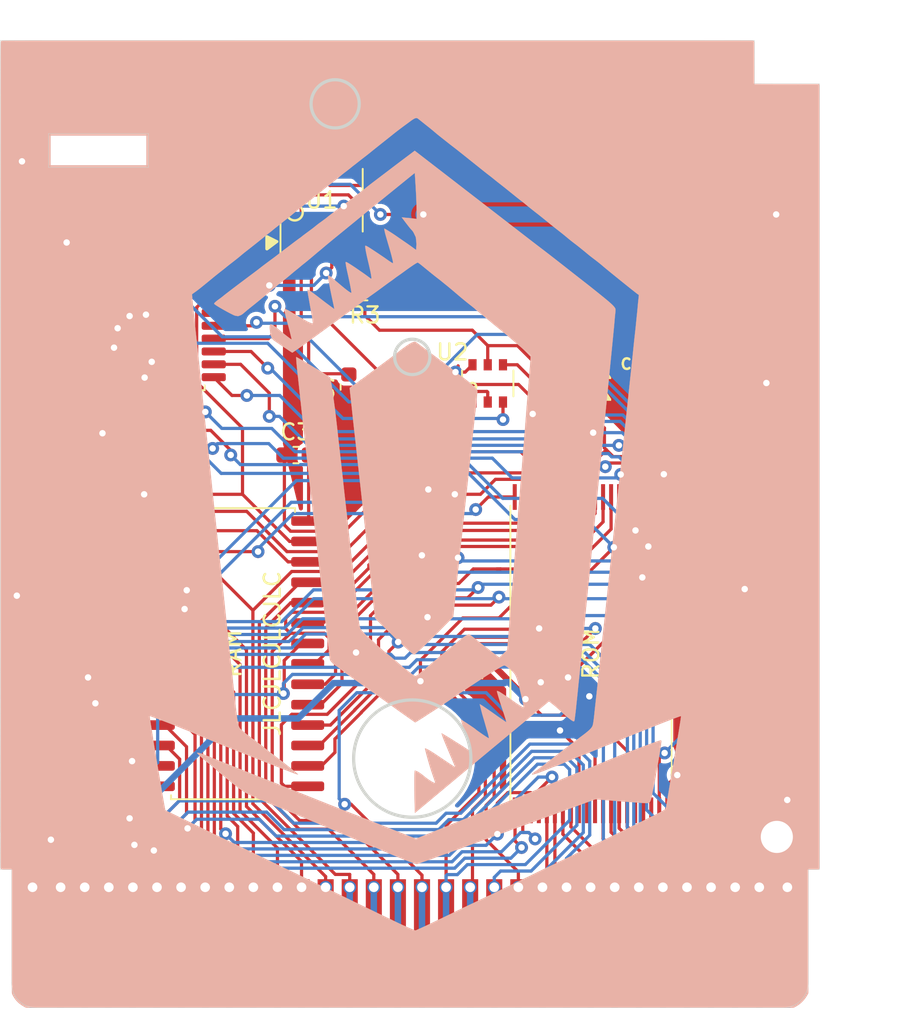
<source format=kicad_pcb>
(kicad_pcb (version 20211014) (generator pcbnew)
  (layers (0 "F.Cu" signal) (31 "B.Cu" signal) (34 "B.Paste" user) (35 "F.Paste" user) (36 "B.SilkS" user "B.Silkscreen") (37 "F.SilkS" user "F.Silkscreen") (38 "B.Mask" user) (39 "F.Mask" user) (44 "Edge.Cuts" user))
  (net 0 "")
  (net 1 "GND")
  (net 2 "Net-(R3-Pad2)")
  (net 3 "Net-(B1-Pad1)")
  (net 4 "Net-(C5-Pad2)")
  (net 5 "Net-(U2-Pad5)")
  (net 6 "VCC")
  (net 7 "XIN")
  (net 8 "PWR")
  (net 9 "AA14")
  (net 10 "A12")
  (net 11 "A7")
  (net 12 "A6")
  (net 13 "A5")
  (net 14 "A4")
  (net 15 "A3")
  (net 16 "A2")
  (net 17 "A1")
  (net 18 "A0")
  (net 19 "D0")
  (net 20 "D1")
  (net 21 "D2")
  (net 22 "D3")
  (net 23 "D4")
  (net 24 "D5")
  (net 25 "D6")
  (net 26 "D7")
  (net 27 "#CE")
  (net 28 "A10")
  (net 29 "\\RD")
  (net 30 "A11")
  (net 31 "A9")
  (net 32 "A8")
  (net 33 "AA13")
  (net 34 "\\WR")
  (net 35 "XOUT")
  (net 36 "CLK")
  (net 37 "CS")
  (net 38 "A13")
  (net 39 "A14")
  (net 40 "A15")
  (net 41 "RESET")
  (net 42 "\\RST")
  (net 43 "\\RAMCS")
  (net 44 "RA14")
  (net 45 "RA15")
  (net 46 "RA16")
  (net 47 "RA17")
  (net 48 "RA18")
  (net 49 "RA19")
  (net 50 "RA20")
  (net 51 "RA21")
  (net 52 "WE_AUDIO")
  (net 53 "Net-(U1-Pad5)")
  (net 54 "Net-(U4-Pad11)")
  (net 55 "Net-(U4-Pad36)")
  (footprint "Capacitor_SMD:C_0603_1608Metric" (layer "F.Cu") (at 105.834 95.664 180)
    (fp_text reference "C1")
    (fp_text value "0.1 uF")
  )
  (footprint "Capacitor_SMD:C_0603_1608Metric" (layer "F.Cu") (at 94.4 109.3375 -90)
    (fp_text reference "C2")
    (fp_text value "0.1 uF")
  )
  (footprint "Capacitor_SMD:C_0603_1608Metric" (layer "F.Cu") (at 76.7265 80.5231 -90)
    (fp_text reference "C4")
    (fp_text value "15 pF")
  )
  (footprint "Capacitor_SMD:C_0603_1608Metric" (layer "F.Cu") (at 78.5122 80.5231 90)
    (fp_text reference "C5")
    (fp_text value "15 pF")
  )
  (footprint "Capacitor_SMD:C_0603_1608Metric" (layer "F.Cu") (at 86.6 91.3816 90)
    (fp_text reference "C7")
    (fp_text value "0.1 uF")
  )
  (footprint "Resistor_SMD:R_0603_1608Metric" (layer "F.Cu") (at 89.5875 103.6)
    (fp_text reference "R2")
    (fp_text value "10K")
  )
  (footprint "Resistor_SMD:R_0603_1608Metric" (layer "F.Cu") (at 87.5978 85.471 180)
    (fp_text reference "R3")
    (fp_text value "1K")
  )
  (footprint "Custom:AM29F032-MBM29F033C" (layer "F.Cu") (at 101.681 107.97 -90)
    (fp_text reference "ROM")
    (fp_text value "AM29F032/MBM29F033C")
  )
  (footprint "Custom:Resonator_SMD_muRata_CDSCB-2pin_4.5x2.0mm_HandSoldering" (layer "F.Cu") (at 78.6982 76.6688 90)
    (fp_text reference "X1")
    (fp_text value "Crystal")
  )
  (footprint "Resistor_SMD:R_0603_1608Metric" (layer "F.Cu") (at 80.3022 80.5231 90)
    (fp_text reference "R1")
    (fp_text value "330K")
  )
  (footprint "Package_SO:SOIC-8_3.9x4.9mm_P1.27mm" (layer "F.Cu") (at 84.9053 79.7484 90)
    (fp_text reference "U1")
    (fp_text value "BA6129AF")
  )
  (footprint "Custom:BK-6219-TR" (layer "F.Cu") (at 102.225 80.6348)
    (fp_text reference "CR2025")
    (fp_text value "Battery_Cell")
  )
  (footprint "Package_SO:SOIC-28W_7.5x17.9mm_P1.27mm" (layer "F.Cu") (at 79.3904 107.97)
    (fp_text reference "RAM")
    (fp_text value "FM18W08")
  )
  (footprint "Package_SO:TSOP-6_1.65x3.05mm_P0.95mm" (layer "F.Cu") (at 95.25 91.15 90)
    (fp_text reference "U2")
    (fp_text value "74LVC1G332GW,125")
  )
  (footprint "Capacitor_SMD:C_0603_1608Metric" (layer "F.Cu") (at 66.7131 85.5345 90)
    (fp_text reference "C6")
    (fp_text value "0.1 uF")
  )
  (footprint "Package_QFP:LQFP-32_7x7mm_P0.8mm" (layer "F.Cu") (at 74.0131 87.9627 90)
    (fp_text reference "MBC30")
    (fp_text value "MBC30")
  )
  (footprint "Capacitor_SMD:C_0603_1608Metric" (layer "F.Cu") (at 83.312 95.6081)
    (fp_text reference "C3")
    (fp_text value "0.1 uF")
  )
  (footprint "Connector_GameBoy:GameBoy_GamePak_CGB-002_P1.50mm_Edge" (layer "F.Cu") (at 90.4062 120.609)
    (fp_text reference "U0" hide)
    (fp_text value "CartBus" hide)
  )
  (footprint "" (layer "F.Cu") (at 68.58 93.98)
    (fp_text reference "")
    (fp_text value "")
  )
  (footprint "" (layer "F.Cu") (at 68.58 88.9)
    (fp_text reference "")
    (fp_text value "")
  )
  (footprint "" (layer "F.Cu") (at 68.58 104.14)
    (fp_text reference "")
    (fp_text value "")
  )
  (footprint "Custom:GBA-ProductionIndicator" (layer "F.Cu") (at 111.9 110.05 180)
    (fp_text reference " " hide)
    (fp_text value "GBA-ProductionIndicator")
  )
  (footprint "" (layer "F.Cu") (at 68.58 99.06)
    (fp_text reference "")
    (fp_text value "")
  )
  (footprint "Custom:Nintendo_3x3_GNDPad" (layer "F.Cu") (at 113.175 75.175)
    (fp_text reference "GNDPAD1" hide)
    (fp_text value "Nintendo_3x3_GNDPad")
  )
  (footprint "Custom:Suicune-Back-Silkscreen" (layer "B.Cu") (at 90.412581 99.90646 180)
    (fp_text reference "Art1" hide)
    (fp_text value "90,412581|99,90646 | Crystal Clear" hide)
  )
  (gr_poly (pts (xy 81.020402 76.147687) (xy 78.660402 76.137687) (xy 77.090402 76.137687) (xy 76.430074 75.748276) (xy 76.430074 75.233494) (xy 81.000402 75.227687)) (layer "F.Cu") (width 0.2) (fill solid))
  (gr_circle (center 76.7334 99.92992) (end 77.20076 99.75466) (layer "F.SilkS") (width 0.15) (fill none))
  (gr_circle (center 105.70464 99.64798) (end 106.172 99.47272) (layer "F.SilkS") (width 0.15) (fill none))
  (gr_circle (center 94.3 91.35) (end 94.525 91.40086) (layer "F.SilkS") (width 0.15) (fill none))
  (gr_circle (center 83.23148 80.5066) (end 83.69884 80.33134) (layer "F.SilkS") (width 0.15) (fill none))
  (gr_line (start 74.43038 80.08874) (end 74.89266 80.55102) (layer "F.SilkS") (width 0.15))
  (gr_line (start 74.89266 80.55102) (end 74.43038 81.0133) (layer "F.SilkS") (width 0.15))
  (gr_poly (pts (xy 102.8192 90.7796) (xy 101.8192 90.778538) (xy 102.321356 90.0296)) (layer "F.SilkS") (width 0.2) (fill solid))
  (gr_poly (pts (xy 81.5 82.025) (xy 82.1 82.325) (xy 81.5 82.775)) (layer "F.SilkS") (width 0.2) (fill solid))
  (gr_poly (pts (xy 107.7 98.5) (xy 107.1 98.2) (xy 107.7 97.75)) (layer "F.SilkS") (width 0.2) (fill solid))
  (gr_poly (pts (xy 92.75 91.975) (xy 93.35 92.275) (xy 92.75 92.725)) (layer "F.SilkS") (width 0.2) (fill solid))
  (gr_line (start 72.53808 80.55102) (end 74.89266 80.55102) (layer "F.SilkS") (width 0.15))
  (gr_circle (center 71.52386 90.4621) (end 71.99122 90.28684) (layer "F.SilkS") (width 0.15) (fill none))
  (gr_poly (pts (xy 102.829336 92.132089) (xy 101.829336 92.131027) (xy 102.331492 91.382089)) (layer "F.SilkS") (width 0.2) (fill solid))
  (gr_poly (pts (xy 72.62 99.36) (xy 73.22 99.66) (xy 72.62 100.11)) (layer "F.SilkS") (width 0.2) (fill solid))
  (gr_poly (pts (xy 69.825 91.9) (xy 70.425 92.2) (xy 69.825 92.65)) (layer "F.SilkS") (width 0.2) (fill solid))
  (gr_poly (pts (xy 102.809064 89.427111) (xy 101.809064 89.426049) (xy 102.31122 88.677111)) (layer "F.SilkS") (width 0.2) (fill solid))
  (gr_line (start 67.90182 75.60204) (end 67.90182 77.7088) (layer "Edge.Cuts") (width 0.0254))
  (gr_line (start 74.12482 75.60204) (end 67.90182 75.60204) (layer "Edge.Cuts") (width 0.0254))
  (gr_line (start 64.90622 121.402) (end 65.60622 121.402) (layer "Edge.Cuts") (width 0.0254))
  (gr_line (start 115.90622 111.7056) (end 115.90622 72.502) (layer "Edge.Cuts") (width 0.0254))
  (gr_line (start 111.85622 72.502) (end 111.85622 69.802) (layer "Edge.Cuts") (width 0.0254))
  (gr_line (start 64.90622 69.802) (end 64.90622 111.7056) (layer "Edge.Cuts") (width 0.0254))
  (gr_line (start 67.14622 130.002) (end 113.77622 130.002) (layer "Edge.Cuts") (width 0.0254))
  (gr_line (start 65.60622 121.402) (end 65.60622 128.442) (layer "Edge.Cuts") (width 0.0254))
  (gr_line (start 115.20622 121.402) (end 115.90622 121.402) (layer "Edge.Cuts") (width 0.0254))
  (gr_line (start 115.20622 128.362) (end 115.20622 121.402) (layer "Edge.Cuts") (width 0.0254))
  (gr_line (start 111.85622 69.802) (end 64.90622 69.802) (layer "Edge.Cuts") (width 0.0254))
  (gr_arc (start 67.14622 130.002) (mid 66.045667 129.548315) (end 65.606221 128.442) (layer "Edge.Cuts") (width 0.0254))
  (gr_arc (start 115.20622 128.362) (mid 114.81788 129.46683) (end 113.77622 130.001996) (layer "Edge.Cuts") (width 0.0254))
  (gr_line (start 115.90622 72.502) (end 111.85622 72.502) (layer "Edge.Cuts") (width 0.0254))
  (gr_line (start 67.90182 77.7088) (end 74.12482 77.7088) (layer "Edge.Cuts") (width 0.0254))
  (gr_line (start 115.90622 121.402) (end 115.90622 111.7056) (layer "Edge.Cuts") (width 0.0254))
  (gr_line (start 64.90622 111.7056) (end 64.90622 121.402) (layer "Edge.Cuts") (width 0.0254))
  (gr_circle (center 85.749 73.75) (end 87.249 73.75) (layer "Edge.Cuts") (width 0.2) (fill none))
  (gr_line (start 74.12482 75.60204) (end 74.12482 77.7088) (layer "Edge.Cuts") (width 0.0254))
  (gr_circle (center 90.55 89.5) (end 91.65 89.5) (layer "Edge.Cuts") (width 0.2) (fill none))
  (gr_circle (center 90.55 114.5) (end 94.2 114.5) (layer "Edge.Cuts") (width 0.2) (fill none))
  (gr_text "JLCJLCJLCJLC" (at 81.84134 107.96778 90) (layer "F.SilkS") (effects (font (size 1 1))))
  (gr_text "1 VDD" (at 67.025 121.225) (layer "F.SilkS") (effects (font (size 0.381 0.381) (thickness 0.0508))))
  (segment (start 84.2703 77.6766) (end 85.4237 78.83) (width 0.2) (layer "F.Cu") (net 1))
  (segment (start 106.6215 95.354) (end 106.6215 95.664) (width 0.2) (layer "F.Cu") (net 1))
  (segment (start 87.1191 91.65) (end 95.2 91.65) (width 0.2) (layer "F.Cu") (net 1))
  (segment (start 85.4237 78.83) (end 88.75 78.83) (width 0.2) (layer "F.Cu") (net 1))
  (segment (start 95.2 91.65) (end 95.25 91.7) (width 0.2) (layer "F.Cu") (net 1))
  (segment (start 74.7404 116.225) (end 71.6 116.225) (width 0.2) (layer "F.Cu") (net 1))
  (segment (start 110.3261 117.075) (end 106.9162 113.6651) (width 0.2) (layer "F.Cu") (net 1))
  (segment (start 113.9062 120.6551) (end 113.9062 122.509) (width 1.5) (layer "F.Cu") (net 1))
  (segment (start 75.7116 75.4049) (end 75.7116 81.3106) (width 0.2) (layer "F.Cu") (net 1))
  (segment (start 71.88842 85.21192) (end 71.5304 84.8539) (width 0.2) (layer "F.Cu") (net 1))
  (segment (start 70.9043 84.8539) (end 70.6286 84.5782) (width 0.2) (layer "F.Cu") (net 1))
  (segment (start 99.75 112.75) (end 100.931 113.931) (width 0.2) (layer "F.Cu") (net 1))
  (segment (start 113.9 120.6489) (end 113.9062 120.6551) (width 0.2) (layer "F.Cu") (net 1))
  (segment (start 101.431 117.6698) (end 101.431 117.72) (width 0.2) (layer "F.Cu") (net 1))
  (segment (start 72.60844 85.21192) (end 71.88842 85.21192) (width 0.2) (layer "F.Cu") (net 1))
  (segment (start 97.2902 75.7) (end 102.225 80.6348) (width 0.2) (layer "F.Cu") (net 1))
  (segment (start 83.3032 75.9496) (end 82.574 75.9496) (width 0.2) (layer "F.Cu") (net 1))
  (segment (start 82.9761 100.35) (end 85.0913 100.35) (width 0.2) (layer "F.Cu") (net 1))
  (segment (start 76.2481 74.8684) (end 75.7116 75.4049) (width 0.2) (layer "F.Cu") (net 1))
  (segment (start 75.7116 81.3106) (end 76.7265 81.3106) (width 0.2) (layer "F.Cu") (net 1))
  (segment (start 71.5304 84.8539) (end 70.9043 84.8539) (width 0.2) (layer "F.Cu") (net 1))
  (segment (start 100.931 113.931) (end 100.931 116.6197) (width 0.2) (layer "F.Cu") (net 1))
  (segment (start 101.22388 116.6197) (end 100.931 116.6197) (width 0.2) (layer "F.Cu") (net 1))
  (segment (start 82.5879 99.9618) (end 82.9761 100.35) (width 0.2) (layer "F.Cu") (net 1))
  (segment (start 82.3815 76.1421) (end 81.1078 74.8684) (width 0.2) (layer "F.Cu") (net 1))
  (segment (start 74.7103 81.3106) (end 75.7116 81.3106) (width 0.2) (layer "F.Cu") (net 1))
  (segment (start 65.9291 85.531) (end 66.7131 84.747) (width 0.2) (layer "F.Cu") (net 1))
  (segment (start 72.8131 83.2078) (end 74.7103 81.3106) (width 0.2) (layer "F.Cu") (net 1))
  (segment (start 101.431 117.72) (end 101.431 116.82682) (width 0.2) (layer "F.Cu") (net 1))
  (segment (start 84.2703 77.2734) (end 84.2703 76.9167) (width 0.2) (layer "F.Cu") (net 1))
  (segment (start 106.6215 95.664) (end 106.9162 95.9587) (width 0.2) (layer "F.Cu") (net 1))
  (segment (start 84.2703 77.2734) (end 84.2703 77.6766) (width 0.2) (layer "F.Cu") (net 1))
  (segment (start 96.6138 86.246) (end 97.0637 85.7961) (width 0.2) (layer "F.Cu") (net 1))
  (segment (start 69.0232 84.5782) (end 68.7872 84.8142) (width 0.2) (layer "F.Cu") (net 1))
  (segment (start 65.9291 110.5541) (end 65.9291 104.3609) (width 0.2) (layer "F.Cu") (net 1))
  (segment (start 82.5879 95.6081) (end 82.5879 99.9618) (width 0.2) (layer "F.Cu") (net 1))
  (segment (start 72.8131 85.00726) (end 72.60844 85.21192) (width 0.2) (layer "F.Cu") (net 1))
  (segment (start 86.6 92.1691) (end 87.1191 91.65) (width 0.2) (layer "F.Cu") (net 1))
  (segment (start 72.8131 83.7877) (end 72.8131 83.2078) (width 0.2) (layer "F.Cu") (net 1))
  (segment (start 76.7265 81.3106) (end 78.5122 81.3106) (width 0.2) (layer "F.Cu") (net 1))
  (segment (start 72.0131 84.3712) (end 71.5304 84.8539) (width 0.2) (layer "F.Cu") (net 1))
  (segment (start 101.431 116.82682) (end 101.22388 116.6197) (width 0.2) (layer "F.Cu") (net 1))
  (segment (start 65.95 87.45) (end 65.9291 87.4291) (width 0.2) (layer "F.Cu") (net 1))
  (segment (start 82.3815 76.1421) (end 82.3815 79.60782) (width 0.2) (layer "F.Cu") (net 1))
  (segment (start 83.0003 80.22662) (end 83.0003 82.2234) (width 0.2) (layer "F.Cu") (net 1))
  (segment (start 83.0003 82.2234) (end 83.0003 95.1323) (width 0.2) (layer "F.Cu") (net 1))
  (segment (start 82.574 75.9496) (end 82.3815 76.1421) (width 0.2) (layer "F.Cu") (net 1))
  (segment (start 100.931 117.72) (end 100.931 117.1698) (width 0.2) (layer "F.Cu") (net 1))
  (segment (start 88.75 76.78) (end 89.83 75.7) (width 0.2) (layer "F.Cu") (net 1))
  (segment (start 84.2703 76.9167) (end 83.3032 75.9496) (width 0.2) (layer "F.Cu") (net 1))
  (segment (start 72.8131 83.7877) (end 72.8131 85.00726) (width 0.2) (layer "F.Cu") (net 1))
  (segment (start 81.1078 74.8684) (end 76.2481 74.8684) (width 0.2) (layer "F.Cu") (net 1))
  (segment (start 86.65 98.7913) (end 86.65 92.2191) (width 0.2) (layer "F.Cu") (net 1))
  (segment (start 101.6838 110.7338) (end 101.575 110.625) (width 0.2) (layer "F.Cu") (net 1))
  (segment (start 97.0637 85.7961) (end 102.225 80.6348) (width 0.2) (layer "F.Cu") (net 1))
  (segment (start 106.9162 95.9587) (end 106.9162 110.7338) (width 0.2) (layer "F.Cu") (net 1))
  (segment (start 65.9291 86.7852) (end 65.9291 85.531) (width 0.2) (layer "F.Cu") (net 1))
  (segment (start 100.931 117.1698) (end 100.931 116.6197) (width 0.2) (layer "F.Cu") (net 1))
  (segment (start 95.25 91.7) (end 95.25 92.31) (width 0.2) (layer "F.Cu") (net 1))
  (segment (start 71.6 116.225) (end 65.9291 110.5541) (width 0.2) (layer "F.Cu") (net 1))
  (segment (start 72.0131 83.7877) (end 72.0131 84.3712) (width 0.2) (layer "F.Cu") (net 1))
  (segment (start 88.75 78.83) (end 88.75 76.78) (width 0.2) (layer "F.Cu") (net 1))
  (segment (start 65.9291 87.4291) (end 65.9291 86.7852) (width 0.2) (layer "F.Cu") (net 1))
  (segment (start 66.7995 87.45) (end 65.95 87.45) (width 0.2) (layer "F.Cu") (net 1))
  (segment (start 106.9162 110.7338) (end 101.6838 110.7338) (width 0.2) (layer "F.Cu") (net 1))
  (segment (start 83.0003 95.1323) (end 82.5245 95.6081) (width 0.2) (layer "F.Cu") (net 1))
  (segment (start 85.0913 100.35) (end 86.65 98.7913) (width 0.2) (layer "F.Cu") (net 1))
  (segment (start 97.025 112.75) (end 99.75 112.75) (width 0.2) (layer "F.Cu") (net 1))
  (segment (start 86.65 92.2191) (end 86.6 92.1691) (width 0.2) (layer "F.Cu") (net 1))
  (segment (start 65.9291 104.3609) (end 65.9291 86.7852) (width 0.2) (layer "F.Cu") (net 1))
  (segment (start 89.83 75.7) (end 97.2902 75.7) (width 0.2) (layer "F.Cu") (net 1))
  (segment (start 82.3815 79.60782) (end 83.0003 80.22662) (width 0.2) (layer "F.Cu") (net 1))
  (segment (start 113.9 117.075) (end 110.3261 117.075) (width 0.2) (layer "F.Cu") (net 1))
  (segment (start 94.4 110.125) (end 97.025 112.75) (width 0.2) (layer "F.Cu") (net 1))
  (segment (start 82.5245 95.6081) (end 82.5879 95.6081) (width 0.2) (layer "F.Cu") (net 1))
  (segment (start 113.9 117.075) (end 113.9 120.6489) (width 0.2) (layer "F.Cu") (net 1))
  (segment (start 68.7872 84.8142) (end 68.7872 85.4623) (width 0.2) (layer "F.Cu") (net 1))
  (segment (start 106.9162 113.6651) (end 106.9162 110.7338) (width 0.2) (layer "F.Cu") (net 1))
  (segment (start 70.6286 84.5782) (end 69.0232 84.5782) (width 0.2) (layer "F.Cu") (net 1))
  (segment (start 68.7872 85.4623) (end 66.7995 87.45) (width 0.2) (layer "F.Cu") (net 1))
  (segment (start 97.0637 85.7961) (end 106.6215 95.354) (width 0.2) (layer "F.Cu") (net 1))
  (via (at 101.575 110.625) (size 0.8) (drill 0.4) (layers "F.Cu" "B.Cu") (net 1))
  (via (at 113.9 117.075) (size 0.8) (drill 0.4) (layers "F.Cu" "B.Cu") (net 1))
  (via (at 111.25 103.95) (size 0.8) (drill 0.4) (layers "F.Cu" "B.Cu") (net 1))
  (via (at 99.75 112.75) (size 0.8) (drill 0.4) (layers "F.Cu" "B.Cu") (net 1))
  (via (at 66.25 77.33) (size 0.8) (drill 0.4) (layers "F.Cu" "B.Cu") (net 1))
  (via (at 112.6 91.125) (size 0.8) (drill 0.4) (layers "F.Cu" "B.Cu") (net 1))
  (via (at 65.9291 104.3609) (size 0.8) (drill 0.4) (layers "F.Cu" "B.Cu") (net 1))
  (via (at 113.25 119.375) (size 2.05) (drill 2) (layers "F.Cu" "B.Cu") (net 1))
  (segment (start 99.75 112.75) (end 100.35 112.75) (width 0.2) (layer "B.Cu") (net 1))
  (segment (start 66.15 104.14) (end 68.58 104.14) (width 0.2) (layer "B.Cu") (net 1))
  (segment (start 65.9291 104.3609) (end 66.15 104.14) (width 0.2) (layer "B.Cu") (net 1))
  (segment (start 101.575 111.525) (end 101.575 110.625) (width 0.2) (layer "B.Cu") (net 1))
  (segment (start 100.35 112.75) (end 101.575 111.525) (width 0.2) (layer "B.Cu") (net 1))
  (segment (start 86.8103 82.2234) (end 86.8103 85.471) (width 0.2) (layer "F.Cu") (net 2))
  (segment (start 86.8103 80.6403) (end 86.285 80.115) (width 0.2) (layer "F.Cu") (net 2))
  (segment (start 86.285 80.115) (end 86.26 80.09) (width 0.2) (layer "F.Cu") (net 2))
  (segment (start 86.8103 82.2234) (end 86.8103 80.6403) (width 0.2) (layer "F.Cu") (net 2))
  (via (at 86.285 80.115) (size 0.8) (drill 0.4) (layers "F.Cu" "B.Cu") (net 2))
  (segment (start 66.98 92.38) (end 68.58 93.98) (width 0.2) (layer "B.Cu") (net 2))
  (segment (start 66.98 82.98) (end 66.98 92.38) (width 0.2) (layer "B.Cu") (net 2))
  (segment (start 69.845 80.115) (end 66.98 82.98) (width 0.2) (layer "B.Cu") (net 2))
  (segment (start 86.285 80.115) (end 69.845 80.115) (width 0.2) (layer "B.Cu") (net 2))
  (segment (start 88.5652 80.6348) (end 88.56 80.64) (width 0.2) (layer "F.Cu") (net 3))
  (segment (start 113.21 80.6348) (end 113.21 80.6348) (width 0.2) (layer "F.Cu") (net 3))
  (segment (start 91.24 80.6348) (end 91.24 80.6348) (width 0.2) (layer "F.Cu") (net 3))
  (segment (start 91.24 80.6348) (end 88.5652 80.6348) (width 0.2) (layer "F.Cu") (net 3))
  (segment (start 90.3812 83.4751) (end 90.3812 81.4936) (width 0.2) (layer "F.Cu") (net 3))
  (segment (start 90.3812 83.4751) (end 88.3853 85.471) (width 0.2) (layer "F.Cu") (net 3))
  (segment (start 90.3812 81.4936) (end 91.24 80.6348) (width 0.2) (layer "F.Cu") (net 3))
  (via (at 113.21 80.6348) (size 0.8) (drill 0.4) (layers "F.Cu" "B.Cu") (net 3))
  (via (at 91.24 80.6348) (size 0.8) (drill 0.4) (layers "F.Cu" "B.Cu") (net 3))
  (via (at 88.5652 80.6348) (size 0.8) (drill 0.4) (layers "F.Cu" "B.Cu") (net 3))
  (segment (start 113.21 80.6348) (end 91.24 80.6348) (width 1) (layer "B.Cu") (net 3))
  (segment (start 69.49 78.76) (end 66.36 81.89) (width 0.2) (layer "B.Cu") (net 3))
  (segment (start 66.36 81.89) (end 66.36 96.84) (width 0.2) (layer "B.Cu") (net 3))
  (segment (start 86.6904 78.76) (end 69.49 78.76) (width 0.2) (layer "B.Cu") (net 3))
  (segment (start 88.5652 80.6348) (end 86.6904 78.76) (width 0.2) (layer "B.Cu") (net 3))
  (segment (start 66.36 96.84) (end 68.58 99.06) (width 0.2) (layer "B.Cu") (net 3))
  (segment (start 80.3022 79.7356) (end 78.6982 79.7356) (width 0.2) (layer "F.Cu") (net 4))
  (segment (start 78.6982 79.7356) (end 78.6982 77.6688) (width 0.2) (layer "F.Cu") (net 4))
  (segment (start 78.6982 79.7356) (end 78.5122 79.7356) (width 0.2) (layer "F.Cu") (net 4))
  (segment (start 105.0465 95.664) (end 105.0052 95.7053) (width 0.2) (layer "F.Cu") (net 6))
  (segment (start 102.6391 95.2898) (end 102.6304 95.281) (width 0.2) (layer "F.Cu") (net 6))
  (segment (start 95.26 88.81) (end 94.29 87.84) (width 0.2) (layer "F.Cu") (net 6))
  (segment (start 96.05 102.7) (end 98.476 102.7) (width 0.2) (layer "F.Cu") (net 6))
  (segment (start 83.6354 87.6295) (end 83.6354 80.941) (width 0.2) (layer "F.Cu") (net 6))
  (segment (start 71.98 117.25) (end 67.95 117.25) (width 0.5) (layer "F.Cu") (net 6))
  (segment (start 91.059553 108.390447) (end 93.7 105.75) (width 0.2) (layer "F.Cu") (net 6))
  (segment (start 86.57495 79.415) (end 83.665 79.415) (width 0.2) (layer "F.Cu") (net 6))
  (segment (start 94.35 102.7) (end 96.05 102.7) (width 0.2) (layer "F.Cu") (net 6))
  (segment (start 98.476 102.7) (end 101.931 99.245) (width 0.2) (layer "F.Cu") (net 6))
  (segment (start 91.059553 109.682382) (end 91.059553 108.390447) (width 0.2) (layer "F.Cu") (net 6))
  (segment (start 95.25 88.82) (end 95.25 89.99) (width 0.2) (layer "F.Cu") (net 6))
  (segment (start 102.1048 93.5156) (end 101.8184 93.5156) (width 0.2) (layer "F.Cu") (net 6))
  (segment (start 84.0995 99.6559) (end 84.0404 99.715) (width 0.2) (layer "F.Cu") (net 6))
  (segment (start 95.95 105.75) (end 98.31005 103.38995) (width 0.2) (layer "F.Cu") (net 6))
  (segment (start 103.0547 95.7053) (end 102.6392 95.2898) (width 0.2) (layer "F.Cu") (net 6))
  (segment (start 86.5559 90.55) (end 86.6 90.5941) (width 0.2) (layer "F.Cu") (net 6))
  (segment (start 83.6354 77.9085) (end 83.0003 77.2734) (width 0.2) (layer "F.Cu") (net 6))
  (segment (start 102.6392 95.2898) (end 102.6391 95.2898) (width 0.2) (layer "F.Cu") (net 6))
  (segment (start 102.6304 95.281) (end 101.8702 96.0412) (width 0.2) (layer "F.Cu") (net 6))
  (segment (start 101.931 113.34105) (end 101.931 117.72) (width 0.2) (layer "F.Cu") (net 6))
  (segment (start 84.0995 90.6505) (end 84.0995 88.0936) (width 0.2) (layer "F.Cu") (net 6))
  (segment (start 72.95 118.22) (end 71.98 117.25) (width 0.5) (layer "F.Cu") (net 6))
  (segment (start 87.6 80.44005) (end 86.57495 79.415) (width 0.2) (layer "F.Cu") (net 6))
  (segment (start 98.31005 102.86595) (end 98.476 102.7) (width 0.2) (layer "F.Cu") (net 6))
  (segment (start 83.6354 80.941) (end 83.6354 77.9085) (width 0.2) (layer "F.Cu") (net 6))
  (segment (start 90.375 103.6) (end 93.45 103.6) (width 0.2) (layer "F.Cu") (net 6))
  (segment (start 88.51 87.84) (end 87.6 86.93) (width 0.2) (layer "F.Cu") (net 6))
  (segment (start 101.8702 96.6214) (end 101.931 96.6822) (width 0.2) (layer "F.Cu") (net 6))
  (segment (start 94.29 87.84) (end 88.51 87.84) (width 0.2) (layer "F.Cu") (net 6))
  (segment (start 101.931 96.6822) (end 101.931 98.22) (width 0.2) (layer "F.Cu") (net 6))
  (segment (start 102.6304 95.281) (end 102.515 95.1657) (width 0.2) (layer "F.Cu") (net 6))
  (segment (start 98.31005 103.38995) (end 98.31005 102.86595) (width 0.2) (layer "F.Cu") (net 6))
  (segment (start 98.6 111.8) (end 100.38995 111.8) (width 0.2) (layer "F.Cu") (net 6))
  (segment (start 100.38995 111.8) (end 101.931 113.34105) (width 0.2) (layer "F.Cu") (net 6))
  (segment (start 97.6 110.8) (end 97.6 110.7) (width 0.4) (layer "F.Cu") (net 6))
  (segment (start 93.7 105.75) (end 95.95 105.75) (width 0.2) (layer "F.Cu") (net 6))
  (segment (start 95.45 108.55) (end 94.7 108.55) (width 0.4) (layer "F.Cu") (net 6))
  (segment (start 97.1028 88.8) (end 95.27 88.8) (width 0.2) (layer "F.Cu") (net 6))
  (segment (start 97.6 110.8) (end 98.6 111.8) (width 0.2) (layer "F.Cu") (net 6))
  (segment (start 101.8184 93.5156) (end 97.1028 88.8) (width 0.2) (layer "F.Cu") (net 6))
  (segment (start 101.8702 96.0412) (end 101.8702 96.6214) (width 0.2) (layer "F.Cu") (net 6))
  (segment (start 67.95 117.25) (end 66.9062 118.2938) (width 0.5) (layer "F.Cu") (net 6))
  (segment (start 93.45 103.6) (end 94.35 102.7) (width 0.2) (layer "F.Cu") (net 6))
  (segment (start 102.515 93.9258) (end 102.1048 93.5156) (width 0.2) (layer "F.Cu") (net 6))
  (segment (start 95.27 88.8) (end 95.25 88.82) (width 0.2) (layer "F.Cu") (net 6))
  (segment (start 105.0052 95.7053) (end 103.0547 95.7053) (width 0.2) (layer "F.Cu") (net 6))
  (segment (start 102.515 95.1657) (end 102.515 93.9258) (width 0.2) (layer "F.Cu") (net 6))
  (segment (start 95.8 102.7) (end 96.05 102.7) (width 0.2) (layer "F.Cu") (net 6))
  (segment (start 84.0995 95.6081) (end 84.0995 90.6505) (width 0.2) (layer "F.Cu") (net 6))
  (segment (start 87.6 86.93) (end 87.6 80.44005) (width 0.2) (layer "F.Cu") (net 6))
  (segment (start 97.6 110.7) (end 95.45 108.55) (width 0.4) (layer "F.Cu") (net 6))
  (segment (start 66.9062 118.2938) (end 66.9062 122.509) (width 0.5) (layer "F.Cu") (net 6))
  (segment (start 84.0995 88.0936) (end 83.6354 87.6295) (width 0.2) (layer "F.Cu") (net 6))
  (segment (start 84.2 90.55) (end 86.5559 90.55) (width 0.2) (layer "F.Cu") (net 6))
  (segment (start 84.0995 95.6081) (end 84.0995 99.6559) (width 0.2) (layer "F.Cu") (net 6))
  (segment (start 84.0995 90.6505) (end 84.2 90.55) (width 0.2) (layer "F.Cu") (net 6))
  (segment (start 101.931 99.245) (end 101.931 98.22) (width 0.2) (layer "F.Cu") (net 6))
  (via (at 91.059553 109.682382) (size 0.8) (drill 0.4) (layers "F.Cu" "B.Cu") (net 6))
  (via (at 97.6 110.8) (size 0.8) (drill 0.4) (layers "F.Cu" "B.Cu") (net 6))
  (via (at 72.95 118.22) (size 0.8) (drill 0.4) (layers "F.Cu" "B.Cu") (net 6))
  (segment (start 96.3 109.8) (end 96.35 109.75) (width 0.4) (layer "B.Cu") (net 6))
  (segment (start 73.12 118.22) (end 79.34 112) (width 0.4) (layer "B.Cu") (net 6))
  (segment (start 96.55 109.75) (end 97.6 110.8) (width 0.4) (layer "B.Cu") (net 6))
  (segment (start 72.95 118.22) (end 73.12 118.22) (width 0.4) (layer "B.Cu") (net 6))
  (segment (start 79.34 112) (end 83.45 112) (width 0.4) (layer "B.Cu") (net 6))
  (segment (start 83.45 112) (end 85.65 109.8) (width 0.4) (layer "B.Cu") (net 6))
  (segment (start 96.35 109.75) (end 96.55 109.75) (width 0.4) (layer "B.Cu") (net 6))
  (segment (start 85.65 109.8) (end 96.3 109.8) (width 0.4) (layer "B.Cu") (net 6))
  (segment (start 81.093 80.8807) (end 80.7354 80.5231) (width 0.2) (layer "F.Cu") (net 7))
  (segment (start 81.093 82.2578) (end 81.093 80.8807) (width 0.2) (layer "F.Cu") (net 7))
  (segment (start 76.1229 75.6688) (end 76.1229 79.132) (width 0.2) (layer "F.Cu") (net 7))
  (segment (start 77.514 80.5231) (end 76.7265 79.7356) (width 0.2) (layer "F.Cu") (net 7))
  (segment (start 78.6982 75.6688) (end 76.1229 75.6688) (width 0.2) (layer "F.Cu") (net 7))
  (segment (start 76.1229 79.132) (end 76.7265 79.7356) (width 0.2) (layer "F.Cu") (net 7))
  (segment (start 78.1881 85.1627) (end 81.093 82.2578) (width 0.2) (layer "F.Cu") (net 7))
  (segment (start 80.7354 80.5231) (end 77.514 80.5231) (width 0.2) (layer "F.Cu") (net 7))
  (segment (start 85.5403 76.932004) (end 85.5403 77.2734) (width 0.2) (layer "F.Cu") (net 8))
  (segment (start 74.7266 79.7227) (end 74.7266 75.7632) (width 0.2) (layer "F.Cu") (net 8))
  (segment (start 69.03 82.38) (end 69.03 84.0051) (width 0.2) (layer "F.Cu") (net 8))
  (segment (start 76.072 74.4178) (end 83.026096 74.4178) (width 0.2) (layer "F.Cu") (net 8))
  (segment (start 83.026096 74.4178) (end 85.5403 76.932004) (width 0.2) (layer "F.Cu") (net 8))
  (segment (start 74.7266 75.7632) (end 76.072 74.4178) (width 0.2) (layer "F.Cu") (net 8))
  (segment (start 68.26255 84.77255) (end 69.2474 83.7877) (width 0.2) (layer "F.Cu") (net 8))
  (segment (start 66.7131 86.322) (end 68.26255 84.77255) (width 0.2) (layer "F.Cu") (net 8))
  (segment (start 71.2131 83.2362) (end 74.7266 79.7227) (width 0.2) (layer "F.Cu") (net 8))
  (segment (start 71.2131 83.7877) (end 71.2131 83.2362) (width 0.2) (layer "F.Cu") (net 8))
  (segment (start 69.2474 83.7877) (end 71.2131 83.7877) (width 0.2) (layer "F.Cu") (net 8))
  (segment (start 69.03 84.0051) (end 68.26255 84.77255) (width 0.2) (layer "F.Cu") (net 8))
  (via (at 69.03 82.38) (size 0.8) (drill 0.4) (layers "F.Cu" "B.Cu") (net 8))
  (segment (start 68.58 82.83) (end 68.58 88.9) (width 0.2) (layer "B.Cu") (net 8))
  (segment (start 69.03 82.38) (end 68.58 82.83) (width 0.2) (layer "B.Cu") (net 8))
  (segment (start 72.7279 92.2229) (end 72.7279 98.5156) (width 0.2) (layer "F.Cu") (net 9))
  (segment (start 72.8131 92.1377) (end 72.7279 92.2229) (width 0.2) (layer "F.Cu") (net 9))
  (segment (start 72.7279 98.5156) (end 73.9273 99.715) (width 0.2) (layer "F.Cu") (net 9))
  (segment (start 73.9273 99.715) (end 74.7404 99.715) (width 0.2) (layer "F.Cu") (net 9))
  (segment (start 99.7 103.45) (end 102.931 100.219) (width 0.2) (layer "F.Cu") (net 10))
  (segment (start 78.6266 118.8808) (end 78.6266 110.819286) (width 0.2) (layer "F.Cu") (net 10))
  (segment (start 92.4 110.5) (end 92.4 107.85) (width 0.2) (layer "F.Cu") (net 10))
  (segment (start 92.4 107.85) (end 93.8 106.45) (width 0.2) (layer "F.Cu") (net 10))
  (segment (start 102.931 100.219) (end 102.931 98.22) (width 0.2) (layer "F.Cu") (net 10))
  (segment (start 97.51005 106.45) (end 98.16005 107.1) (width 0.2) (layer "F.Cu") (net 10))
  (segment (start 98.16005 107.1) (end 99.03995 107.1) (width 0.2) (layer "F.Cu") (net 10))
  (segment (start 73.1207 106.1957) (end 72.475 105.55) (width 0.2) (layer "F.Cu") (net 10))
  (segment (start 73.7124 107.97) (end 73.1207 107.3783) (width 0.2) (layer "F.Cu") (net 10))
  (segment (start 94.7 112.8) (end 92.4 110.5) (width 0.2) (layer "F.Cu") (net 10))
  (segment (start 72.475 101.3) (end 72.79 100.985) (width 0.2) (layer "F.Cu") (net 10))
  (segment (start 92.6562 122.509) (end 92.6562 118.6738) (width 0.2) (layer "F.Cu") (net 10))
  (segment (start 92.6562 118.6738) (end 94.7 116.63) (width 0.2) (layer "F.Cu") (net 10))
  (segment (start 99.03995 107.1) (end 99.7 106.43995) (width 0.2) (layer "F.Cu") (net 10))
  (segment (start 78.9258 119.18) (end 78.6266 118.8808) (width 0.2) (layer "F.Cu") (net 10))
  (segment (start 94.7 116.63) (end 94.7 112.8) (width 0.2) (layer "F.Cu") (net 10))
  (segment (start 75.777314 107.97) (end 73.7124 107.97) (width 0.2) (layer "F.Cu") (net 10))
  (segment (start 99.7 106.43995) (end 99.7 103.45) (width 0.2) (layer "F.Cu") (net 10))
  (segment (start 72.79 100.985) (end 74.7404 100.985) (width 0.2) (layer "F.Cu") (net 10))
  (segment (start 78.6266 110.819286) (end 75.777314 107.97) (width 0.2) (layer "F.Cu") (net 10))
  (segment (start 72.475 105.55) (end 72.475 101.3) (width 0.2) (layer "F.Cu") (net 10))
  (segment (start 73.1207 107.3783) (end 73.1207 106.1957) (width 0.2) (layer "F.Cu") (net 10))
  (segment (start 93.8 106.45) (end 97.51005 106.45) (width 0.2) (layer "F.Cu") (net 10))
  (via (at 78.9258 119.18) (size 0.8) (drill 0.4) (layers "F.Cu" "B.Cu") (net 10))
  (segment (start 92.531263 119.7223) (end 93.153563 119.1) (width 0.2) (layer "B.Cu") (net 10))
  (segment (start 97.58995 121.1) (end 93.981991 121.1) (width 0.2) (layer "B.Cu") (net 10))
  (segment (start 100.35 115.181372) (end 100.35 118.33995) (width 0.2) (layer "B.Cu") (net 10))
  (segment (start 100.018628 114.85) (end 100.35 115.181372) (width 0.2) (layer "B.Cu") (net 10))
  (segment (start 94.1 119.1) (end 98.35 114.85) (width 0.2) (layer "B.Cu") (net 10))
  (segment (start 100.35 118.33995) (end 97.58995 121.1) (width 0.2) (layer "B.Cu") (net 10))
  (segment (start 92.6562 121.7938) (end 92.6562 122.509) (width 0.2) (layer "B.Cu") (net 10))
  (segment (start 93.981991 121.1) (end 93.359691 121.7223) (width 0.2) (layer "B.Cu") (net 10))
  (segment (start 93.153563 119.1) (end 94.1 119.1) (width 0.2) (layer "B.Cu") (net 10))
  (segment (start 93.359691 121.7223) (end 92.7277 121.7223) (width 0.2) (layer "B.Cu") (net 10))
  (segment (start 92.7277 121.7223) (end 92.6562 121.7938) (width 0.2) (layer "B.Cu") (net 10))
  (segment (start 79.4681 119.7223) (end 92.531263 119.7223) (width 0.2) (layer "B.Cu") (net 10))
  (segment (start 78.9258 119.18) (end 79.4681 119.7223) (width 0.2) (layer "B.Cu") (net 10))
  (segment (start 98.35 114.85) (end 100.018628 114.85) (width 0.2) (layer "B.Cu") (net 10))
  (segment (start 77.6083 102.255) (end 80.6281 105.2748) (width 0.2) (layer "F.Cu") (net 11))
  (segment (start 80.6281 117.312414) (end 85.1562 121.840514) (width 0.2) (layer "F.Cu") (net 11))
  (segment (start 80.6281 105.2748) (end 80.6281 117.312414) (width 0.2) (layer "F.Cu") (net 11))
  (segment (start 85.101796 102.855) (end 87.25 100.706796) (width 0.2) (layer "F.Cu") (net 11))
  (segment (start 98.431 96.531) (end 98.431 98.22) (width 0.2) (layer "F.Cu") (net 11))
  (segment (start 87.25 100.7) (end 92.55 95.4) (width 0.2) (layer "F.Cu") (net 11))
  (segment (start 74.7404 102.255) (end 77.6083 102.255) (width 0.2) (layer "F.Cu") (net 11))
  (segment (start 92.55 95.4) (end 97.3 95.4) (width 0.2) (layer "F.Cu") (net 11))
  (segment (start 85.1562 121.840514) (end 85.1562 122.509) (width 0.2) (layer "F.Cu") (net 11))
  (segment (start 97.3 95.4) (end 98.431 96.531) (width 0.2) (layer "F.Cu") (net 11))
  (segment (start 87.25 100.706796) (end 87.25 100.7) (width 0.2) (layer "F.Cu") (net 11))
  (segment (start 83.0479 102.855) (end 85.101796 102.855) (width 0.2) (layer "F.Cu") (net 11))
  (segment (start 80.6281 105.2748) (end 83.0479 102.855) (width 0.2) (layer "F.Cu") (net 11))
  (segment (start 74.7404 103.525) (end 76.0108 103.525) (width 0.2) (layer "F.Cu") (net 12))
  (segment (start 97.5968 96.7194) (end 97.931 97.0536) (width 0.2) (layer "F.Cu") (net 12))
  (segment (start 80.2278 107.742) (end 80.2278 117.4778) (width 0.2) (layer "F.Cu") (net 12))
  (segment (start 92.5806 96.7194) (end 97.5968 96.7194) (width 0.2) (layer "F.Cu") (net 12))
  (segment (start 83.6562 120.9062) (end 83.6562 122.509) (width 0.2) (layer "F.Cu") (net 12))
  (segment (start 91.55 97.75) (end 92.5806 96.7194) (width 0.2) (layer "F.Cu") (net 12))
  (segment (start 97.931 97.0536) (end 97.931 98.22) (width 0.2) (layer "F.Cu") (net 12))
  (segment (start 80.2278 117.4778) (end 83.6562 120.9062) (width 0.2) (layer "F.Cu") (net 12))
  (segment (start 76.0108 103.525) (end 76.5077 104.0219) (width 0.2) (layer "F.Cu") (net 12))
  (segment (start 76.5077 104.0219) (end 80.2278 107.742) (width 0.2) (layer "F.Cu") (net 12))
  (via (at 76.5077 104.0219) (size 0.8) (drill 0.4) (layers "F.Cu" "B.Cu") (net 12))
  (via (at 91.55 97.75) (size 0.8) (drill 0.4) (layers "F.Cu" "B.Cu") (net 12))
  (segment (start 91.55 97.75) (end 91 97.2) (width 0.2) (layer "B.Cu") (net 12))
  (segment (start 83.3296 97.2) (end 76.5077 104.0219) (width 0.2) (layer "B.Cu") (net 12))
  (segment (start 91 97.2) (end 83.3296 97.2) (width 0.2) (layer "B.Cu") (net 12))
  (segment (start 94.8 98.05) (end 95.7303 97.1197) (width 0.2) (layer "F.Cu") (net 13))
  (segment (start 97.431 97.1197) (end 97.431 98.22) (width 0.2) (layer "F.Cu") (net 13))
  (segment (start 95.7303 97.1197) (end 97.431 97.1197) (width 0.2) (layer "F.Cu") (net 13))
  (segment (start 76.3749 105.1934) (end 79.8275 108.646) (width 0.2) (layer "F.Cu") (net 13))
  (segment (start 76.3749 105.1934) (end 75.1388 105.1934) (width 0.2) (layer "F.Cu") (net 13))
  (segment (start 75.1388 105.1934) (end 74.7404 104.795) (width 0.2) (layer "F.Cu") (net 13))
  (segment (start 79.8275 108.646) (end 79.8275 117.7411) (width 0.2) (layer "F.Cu") (net 13))
  (segment (start 82.1562 120.0698) (end 82.1562 122.509) (width 0.2) (layer "F.Cu") (net 13))
  (segment (start 79.8275 117.7411) (end 82.1562 120.0698) (width 0.2) (layer "F.Cu") (net 13))
  (segment (start 93.2 98.05) (end 94.8 98.05) (width 0.2) (layer "F.Cu") (net 13))
  (via (at 93.2 98.05) (size 0.8) (drill 0.4) (layers "F.Cu" "B.Cu") (net 13))
  (via (at 76.3749 105.1934) (size 0.8) (drill 0.4) (layers "F.Cu" "B.Cu") (net 13))
  (segment (start 83.0183 98.55) (end 76.3749 105.1934) (width 0.2) (layer "B.Cu") (net 13))
  (segment (start 92.7 98.55) (end 83.0183 98.55) (width 0.2) (layer "B.Cu") (net 13))
  (segment (start 93.2 98.05) (end 92.7 98.55) (width 0.2) (layer "B.Cu") (net 13))
  (segment (start 74.7404 106.065) (end 75.133 106.065) (width 0.2) (layer "F.Cu") (net 14))
  (segment (start 80.6562 119.1359) (end 80.6562 122.509) (width 0.2) (layer "F.Cu") (net 14))
  (segment (start 75.133 106.065) (end 79.4272 110.3592) (width 0.2) (layer "F.Cu") (net 14))
  (segment (start 73.05 102.1) (end 73.53 101.62) (width 0.2) (layer "F.Cu") (net 14))
  (segment (start 79.4272 110.3592) (end 79.4272 117.9069) (width 0.2) (layer "F.Cu") (net 14))
  (segment (start 73.05 105.225) (end 73.05 102.1) (width 0.2) (layer "F.Cu") (net 14))
  (segment (start 79.4272 117.9069) (end 80.6562 119.1359) (width 0.2) (layer "F.Cu") (net 14))
  (segment (start 74.7404 106.065) (end 73.89 106.065) (width 0.2) (layer "F.Cu") (net 14))
  (segment (start 73.89 106.065) (end 73.05 105.225) (width 0.2) (layer "F.Cu") (net 14))
  (segment (start 73.53 101.62) (end 80.9491 101.62) (width 0.2) (layer "F.Cu") (net 14))
  (segment (start 95.28 98.22) (end 96.931 98.22) (width 0.2) (layer "F.Cu") (net 14))
  (segment (start 94.5 99) (end 95.28 98.22) (width 0.2) (layer "F.Cu") (net 14))
  (via (at 94.5 99) (size 0.8) (drill 0.4) (layers "F.Cu" "B.Cu") (net 14))
  (via (at 80.9491 101.62) (size 0.8) (drill 0.4) (layers "F.Cu" "B.Cu") (net 14))
  (segment (start 94.25 99.25) (end 83.1384 99.25) (width 0.2) (layer "B.Cu") (net 14))
  (segment (start 94.5 99) (end 94.25 99.25) (width 0.2) (layer "B.Cu") (net 14))
  (segment (start 83.1384 99.25) (end 80.9491 101.4393) (width 0.2) (layer "B.Cu") (net 14))
  (segment (start 80.9491 101.4393) (end 80.9491 101.62) (width 0.2) (layer "B.Cu") (net 14))
  (segment (start 96.95 117.739) (end 96.931 117.72) (width 0.2) (layer "F.Cu") (net 15))
  (segment (start 79.0269 118.0727) (end 79.6809 118.7267) (width 0.2) (layer "F.Cu") (net 15))
  (segment (start 96.95 119.628924) (end 96.95 117.739) (width 0.2) (layer "F.Cu") (net 15))
  (segment (start 79.6809 118.7267) (end 79.6809 121.184) (width 0.2) (layer "F.Cu") (net 15))
  (segment (start 74.7404 107.335) (end 75.708 107.335) (width 0.2) (layer "F.Cu") (net 15))
  (segment (start 79.1562 122.509) (end 79.1562 121.7087) (width 0.2) (layer "F.Cu") (net 15))
  (segment (start 79.6809 121.184) (end 79.1562 121.7087) (width 0.2) (layer "F.Cu") (net 15))
  (segment (start 79.0269 110.6539) (end 79.0269 118.0727) (width 0.2) (layer "F.Cu") (net 15))
  (segment (start 75.708 107.335) (end 79.0269 110.6539) (width 0.2) (layer "F.Cu") (net 15))
  (segment (start 97.35516 120.034084) (end 96.95 119.628924) (width 0.2) (layer "F.Cu") (net 15))
  (via (at 97.35516 120.034084) (size 0.8) (drill 0.4) (layers "F.Cu" "B.Cu") (net 15))
  (segment (start 80.3429 121.3223) (end 79.1562 122.509) (width 0.2) (layer "B.Cu") (net 15))
  (segment (start 93.816306 120.7) (end 93.194006 121.3223) (width 0.2) (layer "B.Cu") (net 15))
  (segment (start 93.194006 121.3223) (end 80.3429 121.3223) (width 0.2) (layer "B.Cu") (net 15))
  (segment (start 96.689244 120.7) (end 93.816306 120.7) (width 0.2) (layer "B.Cu") (net 15))
  (segment (start 97.35516 120.034084) (end 96.689244 120.7) (width 0.2) (layer "B.Cu") (net 15))
  (segment (start 97.431 119.1) (end 97.431 117.72) (width 0.2) (layer "F.Cu") (net 16))
  (segment (start 78.2263 121.1386) (end 78.2263 111.6263) (width 0.2) (layer "F.Cu") (net 16))
  (segment (start 75.205 108.605) (end 74.7404 108.605) (width 0.2) (layer "F.Cu") (net 16))
  (segment (start 98.2 119.5) (end 97.8 119.1) (width 0.2) (layer "F.Cu") (net 16))
  (segment (start 97.8 119.1) (end 97.431 119.1) (width 0.2) (layer "F.Cu") (net 16))
  (segment (start 77.6562 121.7087) (end 78.2263 121.1386) (width 0.2) (layer "F.Cu") (net 16))
  (segment (start 78.2263 111.6263) (end 75.205 108.605) (width 0.2) (layer "F.Cu") (net 16))
  (segment (start 77.6562 122.509) (end 77.6562 121.7087) (width 0.2) (layer "F.Cu") (net 16))
  (via (at 98.2 119.5) (size 0.8) (drill 0.4) (layers "F.Cu" "B.Cu") (net 16))
  (segment (start 98.2 119.5) (end 97.8 119.1) (width 0.2) (layer "B.Cu") (net 16))
  (segment (start 97.8 119.1) (end 97.3 119.1) (width 0.2) (layer "B.Cu") (net 16))
  (segment (start 97.3 119.1) (end 96.1 120.3) (width 0.2) (layer "B.Cu") (net 16))
  (segment (start 93.028321 120.9223) (end 79.2429 120.9223) (width 0.2) (layer "B.Cu") (net 16))
  (segment (start 79.2429 120.9223) (end 77.6562 122.509) (width 0.2) (layer "B.Cu") (net 16))
  (segment (start 93.650621 120.3) (end 93.028321 120.9223) (width 0.2) (layer "B.Cu") (net 16))
  (segment (start 96.1 120.3) (end 93.650621 120.3) (width 0.2) (layer "B.Cu") (net 16))
  (segment (start 96.5063 116.6197) (end 97.931 116.6197) (width 0.2) (layer "F.Cu") (net 17))
  (segment (start 77.826 112.5672) (end 75.1338 109.875) (width 0.2) (layer "F.Cu") (net 17))
  (segment (start 76.1562 121.7087) (end 77.826 120.0389) (width 0.2) (layer "F.Cu") (net 17))
  (segment (start 76.1562 122.509) (end 76.1562 121.7087) (width 0.2) (layer "F.Cu") (net 17))
  (segment (start 77.826 120.0389) (end 77.826 112.5672) (width 0.2) (layer "F.Cu") (net 17))
  (segment (start 97.931 116.6197) (end 97.931 117.72) (width 0.2) (layer "F.Cu") (net 17))
  (segment (start 75.1338 109.875) (end 74.7404 109.875) (width 0.2) (layer "F.Cu") (net 17))
  (segment (start 95.85 119.2) (end 95.85 117.276) (width 0.2) (layer "F.Cu") (net 17))
  (segment (start 95.85 117.276) (end 96.5063 116.6197) (width 0.2) (layer "F.Cu") (net 17))
  (via (at 95.85 119.2) (size 0.8) (drill 0.4) (layers "F.Cu" "B.Cu") (net 17))
  (segment (start 95.15 119.9) (end 93.484935 119.9) (width 0.2) (layer "B.Cu") (net 17))
  (segment (start 93.484935 119.9) (end 92.862635 120.5223) (width 0.2) (layer "B.Cu") (net 17))
  (segment (start 95.85 119.2) (end 95.15 119.9) (width 0.2) (layer "B.Cu") (net 17))
  (segment (start 77.3277 120.5223) (end 76.1562 121.6938) (width 0.2) (layer "B.Cu") (net 17))
  (segment (start 76.1562 121.6938) (end 76.1562 122.509) (width 0.2) (layer "B.Cu") (net 17))
  (segment (start 92.862635 120.5223) (end 77.3277 120.5223) (width 0.2) (layer "B.Cu") (net 17))
  (segment (start 77.4257 112.7808) (end 77.4257 118.96985) (width 0.2) (layer "F.Cu") (net 18))
  (segment (start 74.7404 111.145) (end 75.7899 111.145) (width 0.2) (layer "F.Cu") (net 18))
  (segment (start 75.7899 111.145) (end 77.4257 112.7808) (width 0.2) (layer "F.Cu") (net 18))
  (segment (start 77.4257 118.96985) (end 74.6562 121.73935) (width 0.2) (layer "F.Cu") (net 18))
  (segment (start 74.6562 121.73935) (end 74.6562 122.509) (width 0.2) (layer "F.Cu") (net 18))
  (segment (start 98.431 116.469) (end 98.431 117.72) (width 0.2) (layer "F.Cu") (net 18))
  (segment (start 99.25 115.65) (end 98.431 116.469) (width 0.2) (layer "F.Cu") (net 18))
  (via (at 99.25 115.65) (size 0.8) (drill 0.4) (layers "F.Cu" "B.Cu") (net 18))
  (segment (start 94.55 119.5) (end 93.319249 119.5) (width 0.2) (layer "B.Cu") (net 18))
  (segment (start 92.696949 120.1223) (end 76.2777 120.1223) (width 0.2) (layer "B.Cu") (net 18))
  (segment (start 98.4 115.65) (end 94.55 119.5) (width 0.2) (layer "B.Cu") (net 18))
  (segment (start 93.319249 119.5) (end 92.696949 120.1223) (width 0.2) (layer "B.Cu") (net 18))
  (segment (start 99.25 115.65) (end 98.4 115.65) (width 0.2) (layer "B.Cu") (net 18))
  (segment (start 76.2777 120.1223) (end 74.6562 121.7438) (width 0.2) (layer "B.Cu") (net 18))
  (segment (start 74.6562 121.7438) (end 74.6562 122.509) (width 0.2) (layer "B.Cu") (net 18))
  (segment (start 69.45 104.1) (end 69.45 91.1508) (width 0.2) (layer "F.Cu") (net 19))
  (segment (start 74.46 119.95565) (end 76.4955 117.92015) (width 0.2) (layer "F.Cu") (net 19))
  (segment (start 69.45 91.1508) (end 69.8381 90.7627) (width 0.2) (layer "F.Cu") (net 19))
  (segment (start 73.6849 112.415) (end 72.3204 111.0505) (width 0.2) (layer "F.Cu") (net 19))
  (segment (start 76.4955 113.7624) (end 75.1481 112.415) (width 0.2) (layer "F.Cu") (net 19))
  (segment (start 72.3204 106.9704) (end 69.45 104.1) (width 0.2) (layer "F.Cu") (net 19))
  (segment (start 75.1481 112.415) (end 74.7404 112.415) (width 0.2) (layer "F.Cu") (net 19))
  (segment (start 98.931 122.2342) (end 98.931 117.72) (width 0.2) (layer "F.Cu") (net 19))
  (segment (start 74.7404 112.415) (end 73.6849 112.415) (width 0.2) (layer "F.Cu") (net 19))
  (segment (start 76.4955 117.92015) (end 76.4955 113.7624) (width 0.2) (layer "F.Cu") (net 19))
  (segment (start 74.46 120.22) (end 74.46 119.95565) (width 0.2) (layer "F.Cu") (net 19))
  (segment (start 72.3204 111.0505) (end 72.3204 106.9704) (width 0.2) (layer "F.Cu") (net 19))
  (segment (start 98.6562 122.509) (end 98.931 122.2342) (width 0.2) (layer "F.Cu") (net 19))
  (via (at 74.46 120.22) (size 0.8) (drill 0.4) (layers "F.Cu" "B.Cu") (net 19))
  (segment (start 97.984314 114.05) (end 100.35 114.05) (width 0.2) (layer "B.Cu") (net 19))
  (segment (start 98.6562 121.6438) (end 98.6562 122.509) (width 0.2) (layer "B.Cu") (net 19))
  (segment (start 93.734314 118.3) (end 97.984314 114.05) (width 0.2) (layer "B.Cu") (net 19))
  (segment (start 92.822192 118.3) (end 93.734314 118.3) (width 0.2) (layer "B.Cu") (net 19))
  (segment (start 74.46 120.22) (end 74.46 119.95565) (width 0.2) (layer "B.Cu") (net 19))
  (segment (start 100.35 114.05) (end 101.2 114.9) (width 0.2) (layer "B.Cu") (net 19))
  (segment (start 92.199891 118.9223) (end 92.822192 118.3) (width 0.2) (layer "B.Cu") (net 19))
  (segment (start 101.2 119.1) (end 98.6562 121.6438) (width 0.2) (layer "B.Cu") (net 19))
  (segment (start 81.4833 117.8333) (end 82.5723 118.9223) (width 0.2) (layer "B.Cu") (net 19))
  (segment (start 82.5723 118.9223) (end 92.199891 118.9223) (width 0.2) (layer "B.Cu") (net 19))
  (segment (start 76.58235 117.8333) (end 81.4833 117.8333) (width 0.2) (layer "B.Cu") (net 19))
  (segment (start 101.2 114.9) (end 101.2 119.1) (width 0.2) (layer "B.Cu") (net 19))
  (segment (start 74.46 119.95565) (end 76.58235 117.8333) (width 0.2) (layer "B.Cu") (net 19))
  (segment (start 99.431 121.5686) (end 99.431 117.72) (width 0.2) (layer "F.Cu") (net 20))
  (segment (start 100.1562 122.2938) (end 99.431 121.5686) (width 0.2) (layer "F.Cu") (net 20))
  (segment (start 73.25 119.87) (end 73.29845 119.87) (width 0.2) (layer "F.Cu") (net 20))
  (segment (start 71.9201 111.27) (end 74.3351 113.685) (width 0.2) (layer "F.Cu") (net 20))
  (segment (start 68.7442 104.1442) (end 71.9201 107.3201) (width 0.2) (layer "F.Cu") (net 20))
  (segment (start 73.29845 119.87) (end 76.0664 117.10205) (width 0.2) (layer "F.Cu") (net 20))
  (segment (start 76.0664 117.10205) (end 76.0664 114.535) (width 0.2) (layer "F.Cu") (net 20))
  (segment (start 74.3351 113.685) (end 74.7404 113.685) (width 0.2) (layer "F.Cu") (net 20))
  (segment (start 69.2598 89.9627) (end 68.7442 90.4783) (width 0.2) (layer "F.Cu") (net 20))
  (segment (start 76.0664 114.535) (end 75.2164 113.685) (width 0.2) (layer "F.Cu") (net 20))
  (segment (start 69.8381 89.9627) (end 69.2598 89.9627) (width 0.2) (layer "F.Cu") (net 20))
  (segment (start 68.7442 90.4783) (end 68.7442 104.1442) (width 0.2) (layer "F.Cu") (net 20))
  (segment (start 71.9201 107.3201) (end 71.9201 111.27) (width 0.2) (layer "F.Cu") (net 20))
  (segment (start 75.2164 113.685) (end 74.7404 113.685) (width 0.2) (layer "F.Cu") (net 20))
  (segment (start 100.1562 122.509) (end 100.1562 122.2938) (width 0.2) (layer "F.Cu") (net 20))
  (via (at 73.25 119.87) (size 0.8) (drill 0.4) (layers "F.Cu" "B.Cu") (net 20))
  (segment (start 81.7833 117.1333) (end 83.1723 118.5223) (width 0.2) (layer "B.Cu") (net 20))
  (segment (start 76.03515 117.1333) (end 81.7833 117.1333) (width 0.2) (layer "B.Cu") (net 20))
  (segment (start 73.25 119.87) (end 73.29845 119.87) (width 0.2) (layer "B.Cu") (net 20))
  (segment (start 101.6 114.65) (end 101.6 119.265686) (width 0.2) (layer "B.Cu") (net 20))
  (segment (start 92.656507 117.9) (end 93.568629 117.9) (width 0.2) (layer "B.Cu") (net 20))
  (segment (start 100.55 113.6) (end 101.6 114.65) (width 0.2) (layer "B.Cu") (net 20))
  (segment (start 92.034206 118.5223) (end 92.656507 117.9) (width 0.2) (layer "B.Cu") (net 20))
  (segment (start 101.6 119.265686) (end 100.1562 120.709486) (width 0.2) (layer "B.Cu") (net 20))
  (segment (start 97.868629 113.6) (end 100.55 113.6) (width 0.2) (layer "B.Cu") (net 20))
  (segment (start 83.1723 118.5223) (end 92.034206 118.5223) (width 0.2) (layer "B.Cu") (net 20))
  (segment (start 100.1562 120.709486) (end 100.1562 122.509) (width 0.2) (layer "B.Cu") (net 20))
  (segment (start 93.568629 117.9) (end 97.868629 113.6) (width 0.2) (layer "B.Cu") (net 20))
  (segment (start 73.29845 119.87) (end 76.03515 117.1333) (width 0.2) (layer "B.Cu") (net 20))
  (segment (start 68.225 90.2167) (end 69.279 89.1627) (width 0.2) (layer "F.Cu") (net 21))
  (segment (start 73.1042 114.6585) (end 71.5198 113.0741) (width 0.2) (layer "F.Cu") (net 21))
  (segment (start 71.5198 107.5478) (end 68.225 104.253) (width 0.2) (layer "F.Cu") (net 21))
  (segment (start 68.225 104.253) (end 68.225 90.2167) (width 0.2) (layer "F.Cu") (net 21))
  (segment (start 69.279 89.1627) (end 69.8381 89.1627) (width 0.2) (layer "F.Cu") (net 21))
  (segment (start 101.6562 120.9312) (end 99.931 119.206) (width 0.2) (layer "F.Cu") (net 21))
  (segment (start 74.4439 114.6585) (end 73.1042 114.6585) (width 0.2) (layer "F.Cu") (net 21))
  (segment (start 101.6562 122.509) (end 101.6562 120.9312) (width 0.2) (layer "F.Cu") (net 21))
  (segment (start 99.931 119.206) (end 99.931 117.72) (width 0.2) (layer "F.Cu") (net 21))
  (segment (start 71.5198 113.0741) (end 71.5198 107.5478) (width 0.2) (layer "F.Cu") (net 21))
  (segment (start 74.7404 114.955) (end 74.4439 114.6585) (width 0.2) (layer "F.Cu") (net 21))
  (via (at 73.1042 114.6585) (size 0.8) (drill 0.4) (layers "F.Cu" "B.Cu") (net 21))
  (segment (start 102.45 120.95) (end 101.6562 121.7438) (width 0.2) (layer "B.Cu") (net 21))
  (segment (start 101.15 108.35) (end 102.45 109.65) (width 0.2) (layer "B.Cu") (net 21))
  (segment (start 73.1042 114.6585) (end 73.1042 110.5558) (width 0.2) (layer "B.Cu") (net 21))
  (segment (start 73.1042 110.5558) (end 74.84 108.82) (width 0.2) (layer "B.Cu") (net 21))
  (segment (start 101.6562 121.7438) (end 101.6562 122.509) (width 0.2) (layer "B.Cu") (net 21))
  (segment (start 74.84 108.82) (end 90.367006 108.82) (width 0.2) (layer "B.Cu") (net 21))
  (segment (start 90.837006 108.35) (end 101.15 108.35) (width 0.2) (layer "B.Cu") (net 21))
  (segment (start 102.45 109.65) (end 102.45 120.95) (width 0.2) (layer "B.Cu") (net 21))
  (segment (start 90.367006 108.82) (end 90.837006 108.35) (width 0.2) (layer "B.Cu") (net 21))
  (segment (start 71.063 107.6609) (end 67.675 104.2729) (width 0.2) (layer "F.Cu") (net 22))
  (segment (start 84.0404 116.225) (end 82.6 116.225) (width 0.2) (layer "F.Cu") (net 22))
  (segment (start 82.4 116.025) (end 82.4 112.394004) (width 0.2) (layer "F.Cu") (net 22))
  (segment (start 85.255 111.745) (end 87.05 109.95) (width 0.2) (layer "F.Cu") (net 22))
  (segment (start 84.0404 116.225) (end 84.775 116.225) (width 0.2) (layer "F.Cu") (net 22))
  (segment (start 82.4 112.394004) (end 83.049004 111.745) (width 0.2) (layer "F.Cu") (net 22))
  (segment (start 82.6 116.225) (end 82.4 116.025) (width 0.2) (layer "F.Cu") (net 22))
  (segment (start 69.2526 88.3627) (end 69.8381 88.3627) (width 0.2) (layer "F.Cu") (net 22))
  (segment (start 67.675 89.9403) (end 69.2526 88.3627) (width 0.2) (layer "F.Cu") (net 22))
  (segment (start 70.8203 111.06) (end 71.063 110.8173) (width 0.2) (layer "F.Cu") (net 22))
  (segment (start 100.431 118.745) (end 100.431 117.72) (width 0.2) (layer "F.Cu") (net 22))
  (segment (start 67.675 104.2729) (end 67.675 89.9403) (width 0.2) (layer "F.Cu") (net 22))
  (segment (start 103.1562 122.509) (end 103.1562 121.4702) (width 0.2) (layer "F.Cu") (net 22))
  (segment (start 83.049004 111.745) (end 85.255 111.745) (width 0.2) (layer "F.Cu") (net 22))
  (segment (start 71.063 110.8173) (end 71.063 107.6609) (width 0.2) (layer "F.Cu") (net 22))
  (segment (start 103.1562 121.4702) (end 100.431 118.745) (width 0.2) (layer "F.Cu") (net 22))
  (segment (start 87.05 109.95) (end 87.05 107.9) (width 0.2) (layer "F.Cu") (net 22))
  (via (at 70.8203 111.06) (size 0.8) (drill 0.4) (layers "F.Cu" "B.Cu") (net 22))
  (via (at 87.05 107.9) (size 0.8) (drill 0.4) (layers "F.Cu" "B.Cu") (net 22))
  (segment (start 103.1562 109.7562) (end 103.1562 122.509) (width 0.2) (layer "B.Cu") (net 22))
  (segment (start 90.1 108.25) (end 90.45 107.9) (width 0.2) (layer "B.Cu") (net 22))
  (segment (start 90.45 107.9) (end 101.3 107.9) (width 0.2) (layer "B.Cu") (net 22))
  (segment (start 89.215685 108.015685) (end 89.45 108.25) (width 0.2) (layer "B.Cu") (net 22))
  (segment (start 89.45 108.25) (end 90.1 108.25) (width 0.2) (layer "B.Cu") (net 22))
  (segment (start 73.718629 108.015685) (end 89.215685 108.015685) (width 0.2) (layer "B.Cu") (net 22))
  (segment (start 72.7042 109.1761) (end 72.7042 109.030114) (width 0.2) (layer "B.Cu") (net 22))
  (segment (start 72.7042 109.030114) (end 73.718629 108.015685) (width 0.2) (layer "B.Cu") (net 22))
  (segment (start 70.8203 111.06) (end 72.7042 109.1761) (width 0.2) (layer "B.Cu") (net 22))
  (segment (start 101.3 107.9) (end 103.1562 109.7562) (width 0.2) (layer "B.Cu") (net 22))
  (segment (start 89.618396 107.3) (end 89.4 107.3) (width 0.2) (layer "F.Cu") (net 23))
  (segment (start 69.2864 87.5627) (end 69.8381 87.5627) (width 0.2) (layer "F.Cu") (net 23))
  (segment (start 67.075 89.7741) (end 69.2864 87.5627) (width 0.2) (layer "F.Cu") (net 23))
  (segment (start 85.73651 114.11349) (end 84.895 114.955) (width 0.2) (layer "F.Cu") (net 23))
  (segment (start 84.895 114.955) (end 84.0404 114.955) (width 0.2) (layer "F.Cu") (net 23))
  (segment (start 104.6562 122.509) (end 104.6562 121.7087) (width 0.2) (layer "F.Cu") (net 23))
  (segment (start 70.3635 109.45) (end 70.3635 108.0621) (width 0.2) (layer "F.Cu") (net 23))
  (segment (start 89.670548 107.247848) (end 89.618396 107.3) (width 0.2) (layer "F.Cu") (net 23))
  (segment (start 89.1 109.9) (end 87.3749 111.6251) (width 0.2) (layer "F.Cu") (net 23))
  (segment (start 85.73651 113.279176) (end 85.73651 114.11349) (width 0.2) (layer "F.Cu") (net 23))
  (segment (start 84.4584 114.955) (end 84.0404 114.955) (width 0.2) (layer "F.Cu") (net 23))
  (segment (start 70.3635 108.0621) (end 67.075 104.7736) (width 0.2) (layer "F.Cu") (net 23))
  (segment (start 87.3749 111.6251) (end 87.3749 111.640786) (width 0.2) (layer "F.Cu") (net 23))
  (segment (start 89.670548 107.247848) (end 89.1 107.818396) (width 0.2) (layer "F.Cu") (net 23))
  (segment (start 104.6562 121.7087) (end 102.431 119.4835) (width 0.2) (layer "F.Cu") (net 23))
  (segment (start 102.431 119.4835) (end 102.431 117.72) (width 0.2) (layer "F.Cu") (net 23))
  (segment (start 87.3749 111.640786) (end 85.73651 113.279176) (width 0.2) (layer "F.Cu") (net 23))
  (segment (start 67.075 104.7736) (end 67.075 89.7741) (width 0.2) (layer "F.Cu") (net 23))
  (segment (start 89.1 107.818396) (end 89.1 109.9) (width 0.2) (layer "F.Cu") (net 23))
  (via (at 70.3635 109.45) (size 0.8) (drill 0.4) (layers "F.Cu" "B.Cu") (net 23))
  (via (at 89.670548 107.247848) (size 0.8) (drill 0.4) (layers "F.Cu" "B.Cu") (net 23))
  (segment (start 89.1727 106.75) (end 89.670548 107.247848) (width 0.2) (layer "B.Cu") (net 23))
  (segment (start 103.9448 109.7448) (end 103.9448 118.994656) (width 0.2) (layer "B.Cu") (net 23))
  (segment (start 70.3635 109.45) (end 70.3635 109.1865) (width 0.2) (layer "B.Cu") (net 23))
  (segment (start 71.934315 107.615685) (end 83.047057 107.615685) (width 0.2) (layer "B.Cu") (net 23))
  (segment (start 70.3635 109.1865) (end 71.934315 107.615685) (width 0.2) (layer "B.Cu") (net 23))
  (segment (start 89.670548 107.247848) (end 89.8227 107.4) (width 0.2) (layer "B.Cu") (net 23))
  (segment (start 101.6 107.4) (end 103.9448 109.7448) (width 0.2) (layer "B.Cu") (net 23))
  (segment (start 104.6562 119.706057) (end 104.6562 122.509) (width 0.2) (layer "B.Cu") (net 23))
  (segment (start 89.8227 107.4) (end 101.6 107.4) (width 0.2) (layer "B.Cu") (net 23))
  (segment (start 83.047057 107.615685) (end 83.912742 106.75) (width 0.2) (layer "B.Cu") (net 23))
  (segment (start 83.912742 106.75) (end 89.1727 106.75) (width 0.2) (layer "B.Cu") (net 23))
  (segment (start 103.9448 118.994656) (end 104.6562 119.706057) (width 0.2) (layer "B.Cu") (net 23))
  (segment (start 91.4 105.8) (end 89.75 105.8) (width 0.2) (layer "F.Cu") (net 24))
  (segment (start 70.4128 86.7627) (end 71.4154 87.7653) (width 0.2) (layer "F.Cu") (net 24))
  (segment (start 106.1 121.225) (end 105.075 121.225) (width 0.2) (layer "F.Cu") (net 24))
  (segment (start 84.765 113.685) (end 84.0404 113.685) (width 0.2) (layer "F.Cu") (net 24))
  (segment (start 86.9749 111.4751) (end 84.765 113.685) (width 0.2) (layer "F.Cu") (net 24))
  (segment (start 106.1562 121.2812) (end 106.1 121.225) (width 0.2) (layer "F.Cu") (net 24))
  (segment (start 69.8381 86.7627) (end 70.4128 86.7627) (width 0.2) (layer "F.Cu") (net 24))
  (segment (start 102.931 119.081) (end 102.931 117.72) (width 0.2) (layer "F.Cu") (net 24))
  (segment (start 71.4154 88.3601) (end 71.9802 88.9249) (width 0.2) (layer "F.Cu") (net 24))
  (segment (start 71.4154 87.7653) (end 71.4154 88.3601) (width 0.2) (layer "F.Cu") (net 24))
  (segment (start 91.5 105.7) (end 91.4 105.8) (width 0.2) (layer "F.Cu") (net 24))
  (segment (start 86.9749 111.459414) (end 86.9749 111.4751) (width 0.2) (layer "F.Cu") (net 24))
  (segment (start 88.45 107.1) (end 88.45 109.984314) (width 0.2) (layer "F.Cu") (net 24))
  (segment (start 89.75 105.8) (end 88.45 107.1) (width 0.2) (layer "F.Cu") (net 24))
  (segment (start 88.45 109.984314) (end 86.9749 111.459414) (width 0.2) (layer "F.Cu") (net 24))
  (segment (start 105.075 121.225) (end 102.931 119.081) (width 0.2) (layer "F.Cu") (net 24))
  (segment (start 106.1562 122.509) (end 106.1562 121.2812) (width 0.2) (layer "F.Cu") (net 24))
  (via (at 91.5 105.7) (size 0.8) (drill 0.4) (layers "F.Cu" "B.Cu") (net 24))
  (via (at 71.9802 88.9249) (size 0.8) (drill 0.4) (layers "F.Cu" "B.Cu") (net 24))
  (segment (start 74.8743 99.1579) (end 75.3573 98.6749) (width 0.2) (layer "B.Cu") (net 24))
  (segment (start 91.5 105.7) (end 91.4 105.8) (width 0.2) (layer "B.Cu") (net 24))
  (segment (start 91.6 105.8) (end 97.26005 105.8) (width 0.2) (layer "B.Cu") (net 24))
  (segment (start 75.325863 106.775863) (end 74.8743 106.3243) (width 0.2) (layer "B.Cu") (net 24))
  (segment (start 106.1562 120.640372) (end 106.1562 122.509) (width 0.2) (layer "B.Cu") (net 24))
  (segment (start 91.4 105.8) (end 83.73137 105.8) (width 0.2) (layer "B.Cu") (net 24))
  (segment (start 75.3573 89.8442) (end 74.438 88.9249) (width 0.2) (layer "B.Cu") (net 24))
  (segment (start 74.8743 106.3243) (end 74.8743 99.1579) (width 0.2) (layer "B.Cu") (net 24))
  (segment (start 104.3448 118.828971) (end 106.1562 120.640372) (width 0.2) (layer "B.Cu") (net 24))
  (segment (start 104.3448 106.9448) (end 104.3448 118.828971) (width 0.2) (layer "B.Cu") (net 24))
  (segment (start 82.755507 106.775863) (end 75.325863 106.775863) (width 0.2) (layer "B.Cu") (net 24))
  (segment (start 91.5 105.7) (end 91.6 105.8) (width 0.2) (layer "B.Cu") (net 24))
  (segment (start 97.26005 105.8) (end 97.46005 105.6) (width 0.2) (layer "B.Cu") (net 24))
  (segment (start 74.438 88.9249) (end 71.9802 88.9249) (width 0.2) (layer "B.Cu") (net 24))
  (segment (start 97.46005 105.6) (end 103 105.6) (width 0.2) (layer "B.Cu") (net 24))
  (segment (start 83.73137 105.8) (end 82.755507 106.775863) (width 0.2) (layer "B.Cu") (net 24))
  (segment (start 75.3573 98.6749) (end 75.3573 89.8442) (width 0.2) (layer "B.Cu") (net 24))
  (segment (start 103 105.6) (end 104.3448 106.9448) (width 0.2) (layer "B.Cu") (net 24))
  (segment (start 88.6 104.95) (end 87.95 105.6) (width 0.2) (layer "F.Cu") (net 25))
  (segment (start 105.3644 120.7644) (end 106.8144 120.7644) (width 0.2) (layer "F.Cu") (net 25))
  (segment (start 95.45 104.95) (end 88.6 104.95) (width 0.2) (layer "F.Cu") (net 25))
  (segment (start 107.6562 121.6062) (end 107.6562 122.509) (width 0.2) (layer "F.Cu") (net 25))
  (segment (start 103.431 117.72) (end 103.431 118.831) (width 0.2) (layer "F.Cu") (net 25))
  (segment (start 87.95 105.6) (end 87.95 109.918628) (width 0.2) (layer "F.Cu") (net 25))
  (segment (start 87.95 109.918628) (end 85.453628 112.415) (width 0.2) (layer "F.Cu") (net 25))
  (segment (start 85.453628 112.415) (end 84.0404 112.415) (width 0.2) (layer "F.Cu") (net 25))
  (segment (start 69.8381 85.9627) (end 70.4535 85.9627) (width 0.2) (layer "F.Cu") (net 25))
  (segment (start 95.95 104.45) (end 95.45 104.95) (width 0.2) (layer "F.Cu") (net 25))
  (segment (start 106.8144 120.7644) (end 107.6562 121.6062) (width 0.2) (layer "F.Cu") (net 25))
  (segment (start 70.4535 85.9627) (end 72.2059 87.7151) (width 0.2) (layer "F.Cu") (net 25))
  (segment (start 103.431 118.831) (end 105.3644 120.7644) (width 0.2) (layer "F.Cu") (net 25))
  (via (at 72.2059 87.7151) (size 0.8) (drill 0.4) (layers "F.Cu" "B.Cu") (net 25))
  (via (at 95.95 104.45) (size 0.8) (drill 0.4) (layers "F.Cu" "B.Cu") (net 25))
  (segment (start 95.85 104.55) (end 84.415685 104.55) (width 0.2) (layer "B.Cu") (net 25))
  (segment (start 75.7576 98.8407) (end 75.7576 89.644) (width 0.2) (layer "B.Cu") (net 25))
  (segment (start 72.5481 88.0573) (end 72.2059 87.7151) (width 0.2) (layer "B.Cu") (net 25))
  (segment (start 75.2743 105.859886) (end 75.2743 99.324) (width 0.2) (layer "B.Cu") (net 25))
  (segment (start 75.2743 99.324) (end 75.7576 98.8407) (width 0.2) (layer "B.Cu") (net 25))
  (segment (start 104.7448 118.663286) (end 107.6562 121.574686) (width 0.2) (layer "B.Cu") (net 25))
  (segment (start 95.95 104.45) (end 95.85 104.55) (width 0.2) (layer "B.Cu") (net 25))
  (segment (start 74.1709 88.0573) (end 72.5481 88.0573) (width 0.2) (layer "B.Cu") (net 25))
  (segment (start 104.7448 106.0198) (end 104.7448 118.663286) (width 0.2) (layer "B.Cu") (net 25))
  (segment (start 75.7576 89.644) (end 74.1709 88.0573) (width 0.2) (layer "B.Cu") (net 25))
  (segment (start 103.275 104.55) (end 104.7448 106.0198) (width 0.2) (layer "B.Cu") (net 25))
  (segment (start 82.589822 106.375863) (end 75.790277 106.375863) (width 0.2) (layer "B.Cu") (net 25))
  (segment (start 84.415685 104.55) (end 82.589822 106.375863) (width 0.2) (layer "B.Cu") (net 25))
  (segment (start 96.05 104.55) (end 103.275 104.55) (width 0.2) (layer "B.Cu") (net 25))
  (segment (start 95.95 104.45) (end 96.05 104.55) (width 0.2) (layer "B.Cu") (net 25))
  (segment (start 75.790277 106.375863) (end 75.2743 105.859886) (width 0.2) (layer "B.Cu") (net 25))
  (segment (start 107.6562 121.574686) (end 107.6562 122.509) (width 0.2) (layer "B.Cu") (net 25))
  (segment (start 69.8381 85.1627) (end 70.0864 85.411) (width 0.2) (layer "F.Cu") (net 26))
  (segment (start 70.0864 85.411) (end 71.4043 85.411) (width 0.2) (layer "F.Cu") (net 26))
  (segment (start 71.4043 85.411) (end 72.9509 86.9576) (width 0.2) (layer "F.Cu") (net 26))
  (segment (start 94.65 103.8505) (end 94.0005 104.5) (width 0.2) (layer "F.Cu") (net 26))
  (segment (start 86.1749 109.8251) (end 84.855 111.145) (width 0.2) (layer "F.Cu") (net 26))
  (segment (start 105.1638 119.9638) (end 107.4113 119.9638) (width 0.2) (layer "F.Cu") (net 26))
  (segment (start 86.1749 106.5751) (end 86.1749 109.8251) (width 0.2) (layer "F.Cu") (net 26))
  (segment (start 103.931 118.731) (end 105.1638 119.9638) (width 0.2) (layer "F.Cu") (net 26))
  (segment (start 103.931 117.72) (end 103.931 118.731) (width 0.2) (layer "F.Cu") (net 26))
  (segment (start 109.1562 121.7087) (end 109.1562 122.509) (width 0.2) (layer "F.Cu") (net 26))
  (segment (start 107.4113 119.9638) (end 109.1562 121.7087) (width 0.2) (layer "F.Cu") (net 26))
  (segment (start 94.0005 104.5) (end 88.25 104.5) (width 0.2) (layer "F.Cu") (net 26))
  (segment (start 88.25 104.5) (end 86.1749 106.5751) (width 0.2) (layer "F.Cu") (net 26))
  (segment (start 84.855 111.145) (end 84.0404 111.145) (width 0.2) (layer "F.Cu") (net 26))
  (via (at 94.65 103.8505) (size 0.8) (drill 0.4) (layers "F.Cu" "B.Cu") (net 26))
  (via (at 72.9509 86.9576) (size 0.8) (drill 0.4) (layers "F.Cu" "B.Cu") (net 26))
  (segment (start 109.1562 121.7062) (end 109.1562 122.509) (width 0.2) (layer "B.Cu") (net 26))
  (segment (start 94.65 103.8505) (end 94.8505 103.65) (width 0.2) (layer "B.Cu") (net 26))
  (segment (start 74.3457 87.6316) (end 73.6249 87.6316) (width 0.2) (layer "B.Cu") (net 26))
  (segment (start 84.4 104) (end 82.424137 105.975863) (width 0.2) (layer "B.Cu") (net 26))
  (segment (start 75.6746 105.6945) (end 75.6746 99.4898) (width 0.2) (layer "B.Cu") (net 26))
  (segment (start 105.1448 105.2198) (end 105.1448 117.6948) (width 0.2) (layer "B.Cu") (net 26))
  (segment (start 105.1448 117.6948) (end 109.1562 121.7062) (width 0.2) (layer "B.Cu") (net 26))
  (segment (start 94.5005 104) (end 84.4 104) (width 0.2) (layer "B.Cu") (net 26))
  (segment (start 73.6249 87.6316) (end 72.9509 86.9576) (width 0.2) (layer "B.Cu") (net 26))
  (segment (start 94.65 103.8505) (end 94.5005 104) (width 0.2) (layer "B.Cu") (net 26))
  (segment (start 75.6746 99.4898) (end 76.1579 99.0065) (width 0.2) (layer "B.Cu") (net 26))
  (segment (start 75.955963 105.975863) (end 75.6746 105.6945) (width 0.2) (layer "B.Cu") (net 26))
  (segment (start 76.1579 89.4438) (end 74.3457 87.6316) (width 0.2) (layer "B.Cu") (net 26))
  (segment (start 82.424137 105.975863) (end 75.955963 105.975863) (width 0.2) (layer "B.Cu") (net 26))
  (segment (start 94.8505 103.65) (end 103.575 103.65) (width 0.2) (layer "B.Cu") (net 26))
  (segment (start 76.1579 99.0065) (end 76.1579 89.4438) (width 0.2) (layer "B.Cu") (net 26))
  (segment (start 103.575 103.65) (end 105.1448 105.2198) (width 0.2) (layer "B.Cu") (net 26))
  (segment (start 89.6 102.8) (end 88.8 103.6) (width 0.2) (layer "F.Cu") (net 27))
  (segment (start 93.4 101.9995) (end 93.4 102) (width 0.2) (layer "F.Cu") (net 27))
  (segment (start 93.4 102) (end 92.6 102.8) (width 0.2) (layer "F.Cu") (net 27))
  (segment (start 101.8147 94.2159) (end 101.3159 94.2159) (width 0.2) (layer "F.Cu") (net 27))
  (segment (start 101.3159 94.2159) (end 97.09 89.99) (width 0.2) (layer "F.Cu") (net 27))
  (segment (start 97.09 89.99) (end 96.2 89.99) (width 0.2) (layer "F.Cu") (net 27))
  (segment (start 88.584314 103.6) (end 85.7749 106.409414) (width 0.2) (layer "F.Cu") (net 27))
  (segment (start 85.7749 106.409414) (end 85.7749 109.2251) (width 0.2) (layer "F.Cu") (net 27))
  (segment (start 88.8 103.6) (end 88.584314 103.6) (width 0.2) (layer "F.Cu") (net 27))
  (segment (start 85.125 109.875) (end 84.0404 109.875) (width 0.2) (layer "F.Cu") (net 27))
  (segment (start 85.7749 109.2251) (end 85.125 109.875) (width 0.2) (layer "F.Cu") (net 27))
  (segment (start 88.667157 103.533534) (end 88.667157 103.732843) (width 0.2) (layer "F.Cu") (net 27))
  (segment (start 92.6 102.8) (end 89.6 102.8) (width 0.2) (layer "F.Cu") (net 27))
  (via (at 93.4 102) (size 0.8) (drill 0.4) (layers "F.Cu" "B.Cu") (net 27))
  (via (at 101.8147 94.2159) (size 0.8) (drill 0.4) (layers "F.Cu" "B.Cu") (net 27))
  (segment (start 106.4549 101.4951) (end 106.4549 98.1858) (width 0.2) (layer "B.Cu") (net 27))
  (segment (start 93.4 101.9995) (end 93.6005 102.2) (width 0.2) (layer "B.Cu") (net 27))
  (segment (start 103.6277 94.2159) (end 101.8147 94.2159) (width 0.2) (layer "B.Cu") (net 27))
  (segment (start 105.75 102.2) (end 106.4549 101.4951) (width 0.2) (layer "B.Cu") (net 27))
  (segment (start 93.6005 102.2) (end 105.75 102.2) (width 0.2) (layer "B.Cu") (net 27))
  (segment (start 106.4549 98.1858) (end 104.2704 96.0013) (width 0.2) (layer "B.Cu") (net 27))
  (segment (start 104.2703 95.3167) (end 104.2703 94.8585) (width 0.2) (layer "B.Cu") (net 27))
  (segment (start 104.2704 96.0013) (end 104.2704 95.3167) (width 0.2) (layer "B.Cu") (net 27))
  (segment (start 104.2703 94.8585) (end 103.6277 94.2159) (width 0.2) (layer "B.Cu") (net 27))
  (segment (start 104.2704 95.3167) (end 104.2703 95.3167) (width 0.2) (layer "B.Cu") (net 27))
  (segment (start 85.101796 105.395) (end 83.0411 105.395) (width 0.2) (layer "F.Cu") (net 28))
  (segment (start 83.0411 105.395) (end 82.6699 105.7662) (width 0.2) (layer "F.Cu") (net 28))
  (segment (start 99.931 98.22) (end 99.931 99.819) (width 0.2) (layer "F.Cu") (net 28))
  (segment (start 89.4 100.9) (end 87.85 102.45) (width 0.2) (layer "F.Cu") (net 28))
  (segment (start 84.4971 108.605) (end 84.0404 108.605) (width 0.2) (layer "F.Cu") (net 28))
  (segment (start 82.6699 105.7662) (end 82.6699 106.4158) (width 0.2) (layer "F.Cu") (net 28))
  (segment (start 87.85 102.646796) (end 85.101796 105.395) (width 0.2) (layer "F.Cu") (net 28))
  (segment (start 87.85 102.45) (end 87.85 102.646796) (width 0.2) (layer "F.Cu") (net 28))
  (segment (start 89.6562 121.7087) (end 89.6562 122.509) (width 0.2) (layer "F.Cu") (net 28))
  (segment (start 85.078 106.7) (end 85.3749 106.9969) (width 0.2) (layer "F.Cu") (net 28))
  (segment (start 82.9541 106.7) (end 81.8288 107.8253) (width 0.2) (layer "F.Cu") (net 28))
  (segment (start 81.8288 116.647428) (end 83.531772 118.3504) (width 0.2) (layer "F.Cu") (net 28))
  (segment (start 85.3749 107.7272) (end 84.4971 108.605) (width 0.2) (layer "F.Cu") (net 28))
  (segment (start 81.8288 107.8253) (end 81.8288 116.647428) (width 0.2) (layer "F.Cu") (net 28))
  (segment (start 99.931 99.819) (end 98.85 100.9) (width 0.2) (layer "F.Cu") (net 28))
  (segment (start 85.3749 106.9969) (end 85.3749 107.7272) (width 0.2) (layer "F.Cu") (net 28))
  (segment (start 98.85 100.9) (end 89.4 100.9) (width 0.2) (layer "F.Cu") (net 28))
  (segment (start 83.531772 118.3504) (end 86.2979 118.3504) (width 0.2) (layer "F.Cu") (net 28))
  (segment (start 86.2979 118.3504) (end 89.6562 121.7087) (width 0.2) (layer "F.Cu") (net 28))
  (segment (start 82.9541 106.7) (end 85.078 106.7) (width 0.2) (layer "F.Cu") (net 28))
  (segment (start 82.6699 106.4158) (end 82.9541 106.7) (width 0.2) (layer "F.Cu") (net 28))
  (segment (start 74.3411 90.7858) (end 73.8863 90.7858) (width 0.2) (layer "F.Cu") (net 29))
  (segment (start 76.0131 89.1138) (end 74.3411 90.7858) (width 0.2) (layer "F.Cu") (net 29))
  (segment (start 98.55 109.75) (end 99.7 110.9) (width 0.2) (layer "F.Cu") (net 29))
  (segment (start 83.6388 107.335) (end 84.0404 107.335) (width 0.2) (layer "F.Cu") (net 29))
  (segment (start 104.931 115.031) (end 104.931 117.72) (width 0.2) (layer "F.Cu") (net 29))
  (segment (start 82.5283 110.45) (end 82.5787 110.3996) (width 0.2) (layer "F.Cu") (net 29))
  (segment (start 82.5787 110.3996) (end 82.5787 108.3951) (width 0.2) (layer "F.Cu") (net 29))
  (segment (start 76.0131 83.7877) (end 76.0131 89.1138) (width 0.2) (layer "F.Cu") (net 29))
  (segment (start 99.7 110.9) (end 100.8 110.9) (width 0.2) (layer "F.Cu") (net 29))
  (segment (start 82.5787 108.3951) (end 83.6388 107.335) (width 0.2) (layer "F.Cu") (net 29))
  (segment (start 100.8 110.9) (end 104.931 115.031) (width 0.2) (layer "F.Cu") (net 29))
  (via (at 73.8863 90.7858) (size 0.8) (drill 0.4) (layers "F.Cu" "B.Cu") (net 29))
  (via (at 82.5283 110.45) (size 0.8) (drill 0.4) (layers "F.Cu" "B.Cu") (net 29))
  (via (at 98.55 109.75) (size 0.8) (drill 0.4) (layers "F.Cu" "B.Cu") (net 29))
  (segment (start 82.5283 109.8217) (end 82.5283 110.45) (width 0.2) (layer "B.Cu") (net 29))
  (segment (start 73.85 115.6) (end 74.7 114.75) (width 0.2) (layer "B.Cu") (net 29))
  (segment (start 71.65 122.5028) (end 71.65 115.6) (width 0.2) (layer "B.Cu") (net 29))
  (segment (start 90.491491 109.2612) (end 83.0888 109.2612) (width 0.2) (layer "B.Cu") (net 29))
  (segment (start 74.5567 98.3433) (end 72.81 100.09) (width 0.2) (layer "B.Cu") (net 29))
  (segment (start 69.6 108.9) (end 69.6 111.25) (width 0.2) (layer "B.Cu") (net 29))
  (segment (start 70.85 114.25) (end 71.65 115.05) (width 0.2) (layer "B.Cu") (net 29))
  (segment (start 73.8863 90.7858) (end 74.5567 91.4562) (width 0.2) (layer "B.Cu") (net 29))
  (segment (start 82.467519 110.510781) (end 82.5283 110.45) (width 0.2) (layer "B.Cu") (net 29))
  (segment (start 71.6562 122.509) (end 71.65 122.5028) (width 0.2) (layer "B.Cu") (net 29))
  (segment (start 74.7 110.85) (end 75.039219 110.510781) (width 0.2) (layer "B.Cu") (net 29))
  (segment (start 83.0888 109.2612) (end 82.5283 109.8217) (width 0.2) (layer "B.Cu") (net 29))
  (segment (start 71.65 115.05) (end 71.65 115.55) (width 0.2) (layer "B.Cu") (net 29))
  (segment (start 70.85 112.5) (end 70.85 114.25) (width 0.2) (layer "B.Cu") (net 29))
  (segment (start 71.65 115.6) (end 73.85 115.6) (width 0.2) (layer "B.Cu") (net 29))
  (segment (start 74.7 114.75) (end 74.7 110.85) (width 0.2) (layer "B.Cu") (net 29))
  (segment (start 90.952691 108.8) (end 90.491491 109.2612) (width 0.2) (layer "B.Cu") (net 29))
  (segment (start 72.81 105.69) (end 69.6 108.9) (width 0.2) (layer "B.Cu") (net 29))
  (segment (start 74.5567 91.4562) (end 74.5567 98.3433) (width 0.2) (layer "B.Cu") (net 29))
  (segment (start 98.55 109.75) (end 97.6 108.8) (width 0.2) (layer "B.Cu") (net 29))
  (segment (start 75.039219 110.510781) (end 82.467519 110.510781) (width 0.2) (layer "B.Cu") (net 29))
  (segment (start 72.81 100.09) (end 72.81 105.69) (width 0.2) (layer "B.Cu") (net 29))
  (segment (start 97.6 108.8) (end 90.952691 108.8) (width 0.2) (layer "B.Cu") (net 29))
  (segment (start 69.6 111.25) (end 70.85 112.5) (width 0.2) (layer "B.Cu") (net 29))
  (segment (start 99.25 101.3) (end 100.431 100.119) (width 0.2) (layer "F.Cu") (net 30))
  (segment (start 100.431 100.119) (end 100.431 98.22) (width 0.2) (layer "F.Cu") (net 30))
  (segment (start 91.25 101.85) (end 91.8 101.3) (width 0.2) (layer "F.Cu") (net 30))
  (segment (start 91.15 101.85) (end 91.25 101.85) (width 0.2) (layer "F.Cu") (net 30))
  (segment (start 91.1562 121.7562) (end 91.1562 122.509) (width 0.2) (layer "F.Cu") (net 30))
  (segment (start 86.34 117.34) (end 86.74 117.34) (width 0.2) (layer "F.Cu") (net 30))
  (segment (start 104.875 104.825) (end 100.25 109.45) (width 0.2) (layer "F.Cu") (net 30))
  (segment (start 91.15 101.85) (end 90.6 102.4) (width 0.2) (layer "F.Cu") (net 30))
  (segment (start 91.8 101.3) (end 99.25 101.3) (width 0.2) (layer "F.Cu") (net 30))
  (segment (start 104.875 103.225) (end 104.875 104.825) (width 0.2) (layer "F.Cu") (net 30))
  (segment (start 86.74 117.34) (end 91.1562 121.7562) (width 0.2) (layer "F.Cu") (net 30))
  (segment (start 84.997482 106.065) (end 84.0404 106.065) (width 0.2) (layer "F.Cu") (net 30))
  (segment (start 88.662482 102.4) (end 84.997482 106.065) (width 0.2) (layer "F.Cu") (net 30))
  (segment (start 90.6 102.4) (end 88.662482 102.4) (width 0.2) (layer "F.Cu") (net 30))
  (via (at 100.25 109.45) (size 0.8) (drill 0.4) (layers "F.Cu" "B.Cu") (net 30))
  (via (at 91.15 101.85) (size 0.8) (drill 0.4) (layers "F.Cu" "B.Cu") (net 30))
  (via (at 104.875 103.225) (size 0.8) (drill 0.4) (layers "F.Cu" "B.Cu") (net 30))
  (via (at 86.34 117.34) (size 0.8) (drill 0.4) (layers "F.Cu" "B.Cu") (net 30))
  (segment (start 86.34 117.34) (end 86 117) (width 0.2) (layer "B.Cu") (net 30))
  (segment (start 95.15 110.4) (end 96.55 111.8) (width 0.2) (layer "B.Cu") (net 30))
  (segment (start 87.1 110.4) (end 95.15 110.4) (width 0.2) (layer "B.Cu") (net 30))
  (segment (start 86 111.5) (end 87.1 110.4) (width 0.2) (layer "B.Cu") (net 30))
  (segment (start 99.75 111.8) (end 100.25 111.3) (width 0.2) (layer "B.Cu") (net 30))
  (segment (start 92.2 102.9) (end 91.15 101.85) (width 0.2) (layer "B.Cu") (net 30))
  (segment (start 100.25 111.3) (end 100.25 109.45) (width 0.2) (layer "B.Cu") (net 30))
  (segment (start 86 117) (end 86 111.5) (width 0.2) (layer "B.Cu") (net 30))
  (segment (start 104.55 102.9) (end 92.2 102.9) (width 0.2) (layer "B.Cu") (net 30))
  (segment (start 96.55 111.8) (end 99.75 111.8) (width 0.2) (layer "B.Cu") (net 30))
  (segment (start 104.875 103.225) (end 104.55 102.9) (width 0.2) (layer "B.Cu") (net 30))
  (segment (start 83.508086 118.8924) (end 85.3399 118.8924) (width 0.2) (layer "F.Cu") (net 31))
  (segment (start 88.1562 121.7087) (end 88.1562 122.509) (width 0.2) (layer "F.Cu") (net 31))
  (segment (start 98.6696 100.3) (end 89.434314 100.3) (width 0.2) (layer "F.Cu") (net 31))
  (segment (start 85.3399 118.8924) (end 88.1562 121.7087) (width 0.2) (layer "F.Cu") (net 31))
  (segment (start 81.4288 116.813114) (end 83.508086 118.8924) (width 0.2) (layer "F.Cu") (net 31))
  (segment (start 99.431 98.22) (end 99.431 99.5386) (width 0.2) (layer "F.Cu") (net 31))
  (segment (start 84.939314 104.795) (end 84.0404 104.795) (width 0.2) (layer "F.Cu") (net 31))
  (segment (start 81.4288 106.3569) (end 81.4288 116.813114) (width 0.2) (layer "F.Cu") (net 31))
  (segment (start 89.434314 100.3) (end 84.939314 104.795) (width 0.2) (layer "F.Cu") (net 31))
  (segment (start 82.9907 104.795) (end 81.4288 106.3569) (width 0.2) (layer "F.Cu") (net 31))
  (segment (start 84.0404 104.795) (end 82.9907 104.795) (width 0.2) (layer "F.Cu") (net 31))
  (segment (start 99.431 99.5386) (end 98.6696 100.3) (width 0.2) (layer "F.Cu") (net 31))
  (segment (start 83.5659 103.525) (end 81.0285 106.0624) (width 0.2) (layer "F.Cu") (net 32))
  (segment (start 81.0285 106.0624) (end 81.0285 116.9785) (width 0.2) (layer "F.Cu") (net 32))
  (segment (start 85.7587 121.7087) (end 86.6562 121.7087) (width 0.2) (layer "F.Cu") (net 32))
  (segment (start 86.6562 121.7087) (end 86.6562 122.509) (width 0.2) (layer "F.Cu") (net 32))
  (segment (start 98.475 99.85) (end 89.15 99.85) (width 0.2) (layer "F.Cu") (net 32))
  (segment (start 85.475 103.525) (end 84.0404 103.525) (width 0.2) (layer "F.Cu") (net 32))
  (segment (start 81.0285 116.9785) (end 85.7587 121.7087) (width 0.2) (layer "F.Cu") (net 32))
  (segment (start 89.15 99.85) (end 85.475 103.525) (width 0.2) (layer "F.Cu") (net 32))
  (segment (start 84.0404 103.525) (end 83.5659 103.525) (width 0.2) (layer "F.Cu") (net 32))
  (segment (start 98.931 99.394) (end 98.475 99.85) (width 0.2) (layer "F.Cu") (net 32))
  (segment (start 98.931 98.22) (end 98.931 99.394) (width 0.2) (layer "F.Cu") (net 32))
  (segment (start 72.075 98.7494) (end 73.6421 100.3165) (width 0.2) (layer "F.Cu") (net 33))
  (segment (start 72.075 92.1996) (end 72.075 98.7494) (width 0.2) (layer "F.Cu") (net 33))
  (segment (start 73.6421 100.3165) (end 80.8789 100.3165) (width 0.2) (layer "F.Cu") (net 33))
  (segment (start 82.8174 102.255) (end 84.0404 102.255) (width 0.2) (layer "F.Cu") (net 33))
  (segment (start 80.8789 100.3165) (end 82.8174 102.255) (width 0.2) (layer "F.Cu") (net 33))
  (segment (start 72.0131 92.1377) (end 72.075 92.1996) (width 0.2) (layer "F.Cu") (net 33))
  (segment (start 77.1268 86.4199) (end 77.1268 91.0762) (width 0.2) (layer "F.Cu") (net 34))
  (segment (start 77.584 85.9627) (end 77.1268 86.4199) (width 0.2) (layer "F.Cu") (net 34))
  (segment (start 82.9126 100.985) (end 79.9808 98.0532) (width 0.2) (layer "F.Cu") (net 34))
  (segment (start 84.0404 100.985) (end 82.9126 100.985) (width 0.2) (layer "F.Cu") (net 34))
  (segment (start 79.9808 93.9302) (end 79.9808 98.0532) (width 0.2) (layer "F.Cu") (net 34))
  (segment (start 77.1268 91.0762) (end 79.9808 93.9302) (width 0.2) (layer "F.Cu") (net 34))
  (segment (start 79.9808 98.0532) (end 73.8564 98.0532) (width 0.2) (layer "F.Cu") (net 34))
  (segment (start 78.1881 85.9627) (end 77.584 85.9627) (width 0.2) (layer "F.Cu") (net 34))
  (via (at 73.8564 98.0532) (size 0.8) (drill 0.4) (layers "F.Cu" "B.Cu") (net 34))
  (segment (start 69.11 108.27) (end 69.11 111.81) (width 0.2) (layer "B.Cu") (net 34))
  (segment (start 73.8564 98.477914) (end 72.17 100.164314) (width 0.2) (layer "B.Cu") (net 34))
  (segment (start 72.17 100.164314) (end 72.17 105.21) (width 0.2) (layer "B.Cu") (net 34))
  (segment (start 70.25 122.4152) (end 70.1562 122.509) (width 0.2) (layer "B.Cu") (net 34))
  (segment (start 72.17 105.21) (end 69.11 108.27) (width 0.2) (layer "B.Cu") (net 34))
  (segment (start 69.11 111.81) (end 70.25 112.95) (width 0.2) (layer "B.Cu") (net 34))
  (segment (start 70.25 112.95) (end 70.25 122.4152) (width 0.2) (layer "B.Cu") (net 34))
  (segment (start 73.8564 98.0532) (end 73.8564 98.477914) (width 0.2) (layer "B.Cu") (net 34))
  (segment (start 77.8251 83.7877) (end 80.3022 81.3106) (width 0.2) (layer "F.Cu") (net 35))
  (segment (start 76.8131 83.7877) (end 77.8251 83.7877) (width 0.2) (layer "F.Cu") (net 35))
  (segment (start 71.2616 92.1862) (end 71.2616 94.2522) (width 0.2) (layer "F.Cu") (net 36))
  (segment (start 71.2131 92.1377) (end 71.2616 92.1862) (width 0.2) (layer "F.Cu") (net 36))
  (segment (start 96.2 93.4) (end 96.2 92.31) (width 0.2) (layer "F.Cu") (net 36))
  (via (at 96.2 93.4) (size 0.8) (drill 0.4) (layers "F.Cu" "B.Cu") (net 36))
  (via (at 71.2616 94.2522) (size 0.8) (drill 0.4) (layers "F.Cu" "B.Cu") (net 36))
  (segment (start 71.2616 87.6122) (end 71.2616 94.2522) (width 0.2) (layer "B.Cu") (net 36))
  (segment (start 72.7043 86.1695) (end 71.2616 87.6122) (width 0.2) (layer "B.Cu") (net 36))
  (segment (start 71.11 94.4038) (end 71.11 104.99) (width 0.2) (layer "B.Cu") (net 36))
  (segment (start 77.1393 88.6508) (end 74.658 86.1695) (width 0.2) (layer "B.Cu") (net 36))
  (segment (start 68.64 107.46) (end 68.64 119.15005) (width 0.2) (layer "B.Cu") (net 36))
  (segment (start 71.2616 94.2522) (end 71.11 94.4038) (width 0.2) (layer "B.Cu") (net 36))
  (segment (start 68.75 122.4152) (end 68.6562 122.509) (width 0.2) (layer "B.Cu") (net 36))
  (segment (start 96.1318 93.3318) (end 86.2318 93.3318) (width 0.2) (layer "B.Cu") (net 36))
  (segment (start 68.64 119.15005) (end 68.75 119.26005) (width 0.2) (layer "B.Cu") (net 36))
  (segment (start 68.75 119.26005) (end 68.75 122.4152) (width 0.2) (layer "B.Cu") (net 36))
  (segment (start 86.2318 93.3318) (end 81.5508 88.6508) (width 0.2) (layer "B.Cu") (net 36))
  (segment (start 96.2 93.4) (end 96.1318 93.3318) (width 0.2) (layer "B.Cu") (net 36))
  (segment (start 74.658 86.1695) (end 72.7043 86.1695) (width 0.2) (layer "B.Cu") (net 36))
  (segment (start 71.11 104.99) (end 68.64 107.46) (width 0.2) (layer "B.Cu") (net 36))
  (segment (start 81.5508 88.6508) (end 77.1393 88.6508) (width 0.2) (layer "B.Cu") (net 36))
  (segment (start 71.1265 119.679) (end 73.1562 121.7087) (width 0.2) (layer "F.Cu") (net 37))
  (segment (start 73.1562 121.7087) (end 73.1562 122.509) (width 0.2) (layer "F.Cu") (net 37))
  (segment (start 68.179 119.679) (end 71.1265 119.679) (width 0.2) (layer "F.Cu") (net 37))
  (segment (start 93.244622 90.444622) (end 93.4059 90.283344) (width 0.2) (layer "F.Cu") (net 37))
  (segment (start 93.4059 90.283344) (end 93.4059 90.0565) (width 0.2) (layer "F.Cu") (net 37))
  (segment (start 93.845378 90.444622) (end 94.3 89.99) (width 0.2) (layer "F.Cu") (net 37))
  (segment (start 68.05 119.55) (end 68.179 119.679) (width 0.2) (layer "F.Cu") (net 37))
  (segment (start 93.244622 90.444622) (end 93.845378 90.444622) (width 0.2) (layer "F.Cu") (net 37))
  (via (at 68.05 119.55) (size 0.8) (drill 0.4) (layers "F.Cu" "B.Cu") (net 37))
  (via (at 93.244622 90.444622) (size 0.8) (drill 0.4) (layers "F.Cu" "B.Cu") (net 37))
  (segment (start 68.05 107.26) (end 68.05 119.55) (width 0.2) (layer "B.Cu") (net 37))
  (segment (start 72.533 85.7691) (end 70.29 88.0121) (width 0.2) (layer "B.Cu") (net 37))
  (segment (start 91.389244 92.3) (end 86.6 92.3) (width 0.2) (layer "B.Cu") (net 37))
  (segment (start 82.5504 88.2504) (end 78.7184 88.2504) (width 0.2) (layer "B.Cu") (net 37))
  (segment (start 70.29 88.0121) (end 70.29 105.02) (width 0.2) (layer "B.Cu") (net 37))
  (segment (start 70.29 105.02) (end 68.05 107.26) (width 0.2) (layer "B.Cu") (net 37))
  (segment (start 78.7184 88.2504) (end 76.2371 85.7691) (width 0.2) (layer "B.Cu") (net 37))
  (segment (start 76.2371 85.7691) (end 72.533 85.7691) (width 0.2) (layer "B.Cu") (net 37))
  (segment (start 93.244622 90.444622) (end 91.389244 92.3) (width 0.2) (layer "B.Cu") (net 37))
  (segment (start 86.6 92.3) (end 82.5504 88.2504) (width 0.2) (layer "B.Cu") (net 37))
  (segment (start 94.05 106.95) (end 97.444364 106.95) (width 0.2) (layer "F.Cu") (net 38))
  (segment (start 95.1 116.894629) (end 95.1 112.634314) (width 0.2) (layer "F.Cu") (net 38))
  (segment (start 95.1 112.634314) (end 92.9 110.434314) (width 0.2) (layer "F.Cu") (net 38))
  (segment (start 103.431 101.019) (end 100.52 103.93) (width 0.2) (layer "F.Cu") (net 38))
  (segment (start 94.1562 122.509) (end 94.3 122.3652) (width 0.2) (layer "F.Cu") (net 38))
  (segment (start 97.444364 106.95) (end 97.994365 107.5) (width 0.2) (layer "F.Cu") (net 38))
  (segment (start 73.6131 86.515) (end 73.9701 86.872) (width 0.2) (layer "F.Cu") (net 38))
  (segment (start 97.994365 107.5) (end 99.34 107.5) (width 0.2) (layer "F.Cu") (net 38))
  (segment (start 100.52 103.93) (end 100.52 106.38) (width 0.2) (layer "F.Cu") (net 38))
  (segment (start 92.9 108.1) (end 94.05 106.95) (width 0.2) (layer "F.Cu") (net 38))
  (segment (start 94.3 122.3652) (end 94.3 117.694629) (width 0.2) (layer "F.Cu") (net 38))
  (segment (start 73.6131 83.7877) (end 73.6131 86.515) (width 0.2) (layer "F.Cu") (net 38))
  (segment (start 103.431 98.22) (end 103.431 101.019) (width 0.2) (layer "F.Cu") (net 38))
  (segment (start 100.52 106.38) (end 100.5 106.4) (width 0.2) (layer "F.Cu") (net 38))
  (segment (start 99.34 107.5) (end 100.52 106.32) (width 0.2) (layer "F.Cu") (net 38))
  (segment (start 94.3 117.694629) (end 95.1 116.894629) (width 0.2) (layer "F.Cu") (net 38))
  (segment (start 92.9 110.434314) (end 92.9 108.1) (width 0.2) (layer "F.Cu") (net 38))
  (via (at 73.9701 86.872) (size 0.8) (drill 0.4) (layers "F.Cu" "B.Cu") (net 38))
  (via (at 103.1 101.35) (size 0.8) (drill 0.4) (layers "F.Cu" "B.Cu") (net 38))
  (segment (start 103.1 101.35) (end 101.3735 99.6235) (width 0.2) (layer "B.Cu") (net 38))
  (segment (start 76.6566 94.7543) (end 76.6566 89.3387) (width 0.2) (layer "B.Cu") (net 38))
  (segment (start 74.1899 86.872) (end 73.9701 86.872) (width 0.2) (layer "B.Cu") (net 38))
  (segment (start 76.6566 89.3387) (end 74.1899 86.872) (width 0.2) (layer "B.Cu") (net 38))
  (segment (start 78.6523 96.75) (end 76.6566 94.7543) (width 0.2) (layer "B.Cu") (net 38))
  (segment (start 94.067 96.75) (end 78.6523 96.75) (width 0.2) (layer "B.Cu") (net 38))
  (segment (start 96.9405 99.6235) (end 94.067 96.75) (width 0.2) (layer "B.Cu") (net 38))
  (segment (start 101.3735 99.6235) (end 96.9405 99.6235) (width 0.2) (layer "B.Cu") (net 38))
  (segment (start 72.7207 106.6024) (end 72.7207 110.801) (width 0.2) (layer "F.Cu") (net 39))
  (segment (start 74.7297 87.2462) (end 70.25 91.7259) (width 0.2) (layer "F.Cu") (net 39))
  (segment (start 75.7766 111.7459) (end 77.0254 112.9947) (width 0.2) (layer "F.Cu") (net 39))
  (segment (start 73.6656 111.7459) (end 75.7766 111.7459) (width 0.2) (layer "F.Cu") (net 39))
  (segment (start 74.4131 86.3246) (end 74.7297 86.6412) (width 0.2) (layer "F.Cu") (net 39))
  (segment (start 74.7297 86.6412) (end 74.7297 87.2462) (width 0.2) (layer "F.Cu") (net 39))
  (segment (start 72.7207 110.801) (end 73.6656 111.7459) (width 0.2) (layer "F.Cu") (net 39))
  (segment (start 77.0254 112.9947) (end 77.0254 118.3802) (width 0.2) (layer "F.Cu") (net 39))
  (segment (start 70.25 104.1317) (end 72.7207 106.6024) (width 0.2) (layer "F.Cu") (net 39))
  (segment (start 77.0254 118.3802) (end 76.5612 118.8444) (width 0.2) (layer "F.Cu") (net 39))
  (segment (start 70.25 91.7259) (end 70.25 104.1317) (width 0.2) (layer "F.Cu") (net 39))
  (segment (start 74.4131 83.7877) (end 74.4131 86.3246) (width 0.2) (layer "F.Cu") (net 39))
  (via (at 76.5612 118.8444) (size 0.8) (drill 0.4) (layers "F.Cu" "B.Cu") (net 39))
  (segment (start 95.6562 121.8938) (end 96.05 121.5) (width 0.2) (layer "B.Cu") (net 39))
  (segment (start 97.95 121.5) (end 100.8 118.65) (width 0.2) (layer "B.Cu") (net 39))
  (segment (start 81.0256 118.2756) (end 77.13 118.2756) (width 0.2) (layer "B.Cu") (net 39))
  (segment (start 95.6562 122.509) (end 95.6562 121.8938) (width 0.2) (layer "B.Cu") (net 39))
  (segment (start 100.8 115.065686) (end 100.184314 114.45) (width 0.2) (layer "B.Cu") (net 39))
  (segment (start 82.0723 119.3223) (end 81.0256 118.2756) (width 0.2) (layer "B.Cu") (net 39))
  (segment (start 100.184314 114.45) (end 98.15 114.45) (width 0.2) (layer "B.Cu") (net 39))
  (segment (start 92.987877 118.7) (end 92.365577 119.3223) (width 0.2) (layer "B.Cu") (net 39))
  (segment (start 96.05 121.5) (end 97.95 121.5) (width 0.2) (layer "B.Cu") (net 39))
  (segment (start 98.15 114.45) (end 93.9 118.7) (width 0.2) (layer "B.Cu") (net 39))
  (segment (start 77.13 118.2756) (end 76.5612 118.8444) (width 0.2) (layer "B.Cu") (net 39))
  (segment (start 100.8 118.65) (end 100.8 115.065686) (width 0.2) (layer "B.Cu") (net 39))
  (segment (start 93.9 118.7) (end 92.987877 118.7) (width 0.2) (layer "B.Cu") (net 39))
  (segment (start 92.365577 119.3223) (end 82.0723 119.3223) (width 0.2) (layer "B.Cu") (net 39))
  (segment (start 95.15 119.55) (end 95.15 117.410315) (width 0.2) (layer "F.Cu") (net 40))
  (segment (start 94.215686 107.35) (end 97.278679 107.35) (width 0.2) (layer "F.Cu") (net 40))
  (segment (start 75.2131 83.7877) (end 75.2131 88.922) (width 0.2) (layer "F.Cu") (net 40))
  (segment (start 97.278679 107.35) (end 97.82868 107.9) (width 0.2) (layer "F.Cu") (net 40))
  (segment (start 93.45 110.384314) (end 93.45 108.115686) (width 0.2) (layer "F.Cu") (net 40))
  (segment (start 95.65 112.584314) (end 93.45 110.384314) (width 0.2) (layer "F.Cu") (net 40))
  (segment (start 97.82868 107.9) (end 100.45 107.9) (width 0.2) (layer "F.Cu") (net 40))
  (segment (start 98.45 106.4) (end 99.3 105.55) (width 0.2) (layer "F.Cu") (net 40))
  (segment (start 97.1562 122.509) (end 97.1562 121.5562) (width 0.2) (layer "F.Cu") (net 40))
  (segment (start 97.1562 121.5562) (end 95.15 119.55) (width 0.2) (layer "F.Cu") (net 40))
  (segment (start 95.65 116.910315) (end 95.65 112.584314) (width 0.2) (layer "F.Cu") (net 40))
  (segment (start 93.45 108.115686) (end 94.215686 107.35) (width 0.2) (layer "F.Cu") (net 40))
  (segment (start 102.431 99.769) (end 102.431 98.22) (width 0.2) (layer "F.Cu") (net 40))
  (segment (start 95.15 117.410315) (end 95.65 116.910315) (width 0.2) (layer "F.Cu") (net 40))
  (segment (start 75.2131 88.922) (end 74.3288 89.8063) (width 0.2) (layer "F.Cu") (net 40))
  (segment (start 99.3 105.55) (end 99.3 102.9) (width 0.2) (layer "F.Cu") (net 40))
  (segment (start 100.45 107.9) (end 101.95 106.4) (width 0.2) (layer "F.Cu") (net 40))
  (segment (start 99.3 102.9) (end 102.431 99.769) (width 0.2) (layer "F.Cu") (net 40))
  (via (at 101.95 106.4) (size 0.8) (drill 0.4) (layers "F.Cu" "B.Cu") (net 40))
  (via (at 98.45 106.4) (size 0.8) (drill 0.4) (layers "F.Cu" "B.Cu") (net 40))
  (via (at 74.3288 89.8063) (size 0.8) (drill 0.4) (layers "F.Cu" "B.Cu") (net 40))
  (segment (start 74.4737 98.9924) (end 74.957 98.5091) (width 0.2) (layer "B.Cu") (net 40))
  (segment (start 90.6 106.35) (end 83.747056 106.35) (width 0.2) (layer "B.Cu") (net 40))
  (segment (start 74.957 98.5091) (end 74.957 90.4345) (width 0.2) (layer "B.Cu") (net 40))
  (segment (start 98.45 106.4) (end 101.95 106.4) (width 0.2) (layer "B.Cu") (net 40))
  (segment (start 91.15 106.9) (end 90.6 106.35) (width 0.2) (layer "B.Cu") (net 40))
  (segment (start 74.957 90.4345) (end 74.3288 89.8063) (width 0.2) (layer "B.Cu") (net 40))
  (segment (start 97.95 106.9) (end 91.15 106.9) (width 0.2) (layer "B.Cu") (net 40))
  (segment (start 98.45 106.4) (end 97.95 106.9) (width 0.2) (layer "B.Cu") (net 40))
  (segment (start 74.708614 107.215685) (end 74.4737 106.980771) (width 0.2) (layer "B.Cu") (net 40))
  (segment (start 82.881371 107.215685) (end 74.708614 107.215685) (width 0.2) (layer "B.Cu") (net 40))
  (segment (start 83.747056 106.35) (end 82.881371 107.215685) (width 0.2) (layer "B.Cu") (net 40))
  (segment (start 74.4737 106.980771) (end 74.4737 98.9924) (width 0.2) (layer "B.Cu") (net 40))
  (segment (start 100.931 97.1197) (end 100.931 98.22) (width 0.2) (layer "F.Cu") (net 41))
  (segment (start 98.05 93.05) (end 98.05 94.2387) (width 0.2) (layer "F.Cu") (net 41))
  (segment (start 98.05 94.2387) (end 100.931 97.1197) (width 0.2) (layer "F.Cu") (net 41))
  (segment (start 97.1665 91.2165) (end 89.2665 91.2165) (width 0.2) (layer "F.Cu") (net 41))
  (segment (start 84.2703 86.2203) (end 84.2703 82.2234) (width 0.2) (layer "F.Cu") (net 41))
  (segment (start 89.2665 91.2165) (end 84.2703 86.2203) (width 0.2) (layer "F.Cu") (net 41))
  (segment (start 98.05 92.1) (end 97.1665 91.2165) (width 0.2) (layer "F.Cu") (net 41))
  (segment (start 98.05 93.05) (end 98.05 92.1) (width 0.2) (layer "F.Cu") (net 41))
  (via (at 98.05 93.05) (size 0.8) (drill 0.4) (layers "F.Cu" "B.Cu") (net 41))
  (segment (start 105.5448 108.2802) (end 105.5448 116.6448) (width 0.2) (layer "B.Cu") (net 41))
  (segment (start 98.1153 93.1153) (end 103.6593 93.1153) (width 0.2) (layer "B.Cu") (net 41))
  (segment (start 106.9898 96.4458) (end 106.9898 106.8352) (width 0.2) (layer "B.Cu") (net 41))
  (segment (start 98.05 93.05) (end 98.1153 93.1153) (width 0.2) (layer "B.Cu") (net 41))
  (segment (start 105.5448 116.6448) (end 110.6562 121.7562) (width 0.2) (layer "B.Cu") (net 41))
  (segment (start 103.6593 93.1153) (end 106.9898 96.4458) (width 0.2) (layer "B.Cu") (net 41))
  (segment (start 110.6562 121.7562) (end 110.6562 122.509) (width 0.2) (layer "B.Cu") (net 41))
  (segment (start 106.9898 106.8352) (end 105.5448 108.2802) (width 0.2) (layer "B.Cu") (net 41))
  (segment (start 81.65 85.05) (end 79.9373 86.7627) (width 0.2) (layer "F.Cu") (net 42))
  (segment (start 79.9373 86.7627) (end 78.1881 86.7627) (width 0.2) (layer "F.Cu") (net 42))
  (segment (start 85.5403 83.9297) (end 85.5403 82.2234) (width 0.2) (layer "F.Cu") (net 42))
  (segment (start 85.19 84.28) (end 85.5403 83.9297) (width 0.2) (layer "F.Cu") (net 42))
  (via (at 85.19 84.28) (size 0.8) (drill 0.4) (layers "F.Cu" "B.Cu") (net 42))
  (via (at 81.65 85.05) (size 0.8) (drill 0.4) (layers "F.Cu" "B.Cu") (net 42))
  (segment (start 85.19 84.28) (end 84.42 85.05) (width 0.2) (layer "B.Cu") (net 42))
  (segment (start 84.42 85.05) (end 81.65 85.05) (width 0.2) (layer "B.Cu") (net 42))
  (segment (start 94.3 92.31) (end 94.3 92.386796) (width 0.2) (layer "F.Cu") (net 43))
  (segment (start 73.1404 98.3278) (end 73.1404 97.3785) (width 0.2) (layer "F.Cu") (net 43))
  (segment (start 73.9266 99.114) (end 73.1404 98.3278) (width 0.2) (layer "F.Cu") (net 43))
  (segment (start 80.2425 99.114) (end 73.9266 99.114) (width 0.2) (layer "F.Cu") (net 43))
  (segment (start 73.1404 97.3785) (end 73.6131 96.9058) (width 0.2) (layer "F.Cu") (net 43))
  (segment (start 85.066796 101.62) (end 82.7485 101.62) (width 0.2) (layer "F.Cu") (net 43))
  (segment (start 73.6131 96.9058) (end 73.6131 92.1377) (width 0.2) (layer "F.Cu") (net 43))
  (segment (start 94.3 92.386796) (end 85.066796 101.62) (width 0.2) (layer "F.Cu") (net 43))
  (segment (start 82.7485 101.62) (end 80.2425 99.114) (width 0.2) (layer "F.Cu") (net 43))
  (segment (start 103.8321 97.1197) (end 103.5298 96.8174) (width 0.2) (layer "F.Cu") (net 44))
  (segment (start 77.6421 95.1968) (end 78.12 95.1968) (width 0.2) (layer "F.Cu") (net 44))
  (segment (start 75.2131 92.1377) (end 75.2131 92.7678) (width 0.2) (layer "F.Cu") (net 44))
  (segment (start 75.2131 92.7678) (end 77.6421 95.1968) (width 0.2) (layer "F.Cu") (net 44))
  (segment (start 103.931 98.22) (end 103.931 97.1197) (width 0.2) (layer "F.Cu") (net 44))
  (segment (start 103.931 97.1197) (end 103.8321 97.1197) (width 0.2) (layer "F.Cu") (net 44))
  (via (at 103.5298 96.8174) (size 0.8) (drill 0.4) (layers "F.Cu" "B.Cu") (net 44))
  (via (at 78.12 95.1968) (size 0.8) (drill 0.4) (layers "F.Cu" "B.Cu") (net 44))
  (segment (start 96.7654 97.0316) (end 103.3156 97.0316) (width 0.2) (layer "B.Cu") (net 44))
  (segment (start 81.6137 94.8955) (end 82.5216 95.8034) (width 0.2) (layer "B.Cu") (net 44))
  (segment (start 78.4213 94.8955) (end 81.6137 94.8955) (width 0.2) (layer "B.Cu") (net 44))
  (segment (start 103.3156 97.0316) (end 103.5298 96.8174) (width 0.2) (layer "B.Cu") (net 44))
  (segment (start 78.12 95.1968) (end 78.4213 94.8955) (width 0.2) (layer "B.Cu") (net 44))
  (segment (start 95.5372 95.8034) (end 96.7654 97.0316) (width 0.2) (layer "B.Cu") (net 44))
  (segment (start 82.5216 95.8034) (end 95.5372 95.8034) (width 0.2) (layer "B.Cu") (net 44))
  (segment (start 79.2465 95.3156) (end 79.2465 95.6029) (width 0.2) (layer "F.Cu") (net 45))
  (segment (start 104.431 100.281) (end 104.431 98.22) (width 0.2) (layer "F.Cu") (net 45))
  (segment (start 76.0131 92.7469) (end 77.3377 94.0715) (width 0.2) (layer "F.Cu") (net 45))
  (segment (start 76.0131 92.1377) (end 76.0131 92.7469) (width 0.2) (layer "F.Cu") (net 45))
  (segment (start 78.0024 94.0715) (end 79.2465 95.3156) (width 0.2) (layer "F.Cu") (net 45))
  (segment (start 104.45 100.3) (end 104.431 100.281) (width 0.2) (layer "F.Cu") (net 45))
  (segment (start 77.3377 94.0715) (end 78.0024 94.0715) (width 0.2) (layer "F.Cu") (net 45))
  (via (at 104.45 100.3) (size 0.8) (drill 0.4) (layers "F.Cu" "B.Cu") (net 45))
  (via (at 79.2465 95.6029) (size 0.8) (drill 0.4) (layers "F.Cu" "B.Cu") (net 45))
  (segment (start 96.188286 98.3056) (end 94.086086 96.2034) (width 0.2) (layer "B.Cu") (net 45))
  (segment (start 104.45 100.3) (end 104.4 100.3) (width 0.2) (layer "B.Cu") (net 45))
  (segment (start 79.847 96.2034) (end 79.2465 95.6029) (width 0.2) (layer "B.Cu") (net 45))
  (segment (start 102.4056 98.3056) (end 96.188286 98.3056) (width 0.2) (layer "B.Cu") (net 45))
  (segment (start 94.086086 96.2034) (end 79.847 96.2034) (width 0.2) (layer "B.Cu") (net 45))
  (segment (start 104.4 100.3) (end 102.4056 98.3056) (width 0.2) (layer "B.Cu") (net 45))
  (segment (start 104.931 98.22) (end 104.931 97.1197) (width 0.2) (layer "F.Cu") (net 46))
  (segment (start 102.7963 96.1056) (end 102.5706 96.3313) (width 0.2) (layer "F.Cu") (net 46))
  (segment (start 76.8131 92.1377) (end 76.8813 92.1377) (width 0.2) (layer "F.Cu") (net 46))
  (segment (start 104.931 97.1197) (end 103.9169 96.1056) (width 0.2) (layer "F.Cu") (net 46))
  (segment (start 76.8813 92.1377) (end 77.6663 92.9227) (width 0.2) (layer "F.Cu") (net 46))
  (segment (start 103.9169 96.1056) (end 102.7963 96.1056) (width 0.2) (layer "F.Cu") (net 46))
  (via (at 102.5706 96.3313) (size 0.8) (drill 0.4) (layers "F.Cu" "B.Cu") (net 46))
  (via (at 77.6663 92.9227) (size 0.8) (drill 0.4) (layers "F.Cu" "B.Cu") (net 46))
  (segment (start 101.7642 96.3313) (end 102.5706 96.3313) (width 0.2) (layer "B.Cu") (net 46))
  (segment (start 78.6936 93.95) (end 81.8 93.95) (width 0.2) (layer "B.Cu") (net 46))
  (segment (start 81.8 93.95) (end 83.2531 95.4031) (width 0.2) (layer "B.Cu") (net 46))
  (segment (start 77.6663 92.9227) (end 78.6936 93.95) (width 0.2) (layer "B.Cu") (net 46))
  (segment (start 83.2531 95.4031) (end 100.836 95.4031) (width 0.2) (layer "B.Cu") (net 46))
  (segment (start 100.836 95.4031) (end 101.7642 96.3313) (width 0.2) (layer "B.Cu") (net 46))
  (segment (start 79.3254 91.9) (end 78.1881 90.7627) (width 0.2) (layer "F.Cu") (net 47))
  (segment (start 105.8061 95.1753) (end 105.4449 94.8141) (width 0.2) (layer "F.Cu") (net 47))
  (segment (start 105.8061 96.1177) (end 105.8061 95.1753) (width 0.2) (layer "F.Cu") (net 47))
  (segment (start 105.431 96.4928) (end 105.8061 96.1177) (width 0.2) (layer "F.Cu") (net 47))
  (segment (start 105.431 98.22) (end 105.431 96.4928) (width 0.2) (layer "F.Cu") (net 47))
  (segment (start 80.25 91.9) (end 79.3254 91.9) (width 0.2) (layer "F.Cu") (net 47))
  (segment (start 105.4449 94.8141) (end 103.6069 94.8141) (width 0.2) (layer "F.Cu") (net 47))
  (segment (start 103.6069 94.8141) (end 103.416 95.005) (width 0.2) (layer "F.Cu") (net 47))
  (via (at 103.416 95.005) (size 0.8) (drill 0.4) (layers "F.Cu" "B.Cu") (net 47))
  (via (at 80.25 91.9) (size 0.8) (drill 0.4) (layers "F.Cu" "B.Cu") (net 47))
  (segment (start 80.25 91.9) (end 82.3 91.9) (width 0.2) (layer "B.Cu") (net 47))
  (segment (start 82.3 91.9) (end 85.0025 94.6025) (width 0.2) (layer "B.Cu") (net 47))
  (segment (start 85.0025 94.6025) (end 101.1676 94.6025) (width 0.2) (layer "B.Cu") (net 47))
  (segment (start 101.1676 94.6025) (end 101.5701 95.005) (width 0.2) (layer "B.Cu") (net 47))
  (segment (start 101.5701 95.005) (end 103.416 95.005) (width 0.2) (layer "B.Cu") (net 47))
  (segment (start 81.65 91.75) (end 79.8627 89.9627) (width 0.2) (layer "F.Cu") (net 48))
  (segment (start 105.25 101.3) (end 105.931 100.619) (width 0.2) (layer "F.Cu") (net 48))
  (segment (start 79.8627 89.9627) (end 78.1881 89.9627) (width 0.2) (layer "F.Cu") (net 48))
  (segment (start 81.65 93.2) (end 81.65 91.75) (width 0.2) (layer "F.Cu") (net 48))
  (segment (start 105.931 100.619) (end 105.931 98.22) (width 0.2) (layer "F.Cu") (net 48))
  (via (at 105.25 101.3) (size 0.8) (drill 0.4) (layers "F.Cu" "B.Cu") (net 48))
  (via (at 81.65 93.2) (size 0.8) (drill 0.4) (layers "F.Cu" "B.Cu") (net 48))
  (segment (start 105.95 100.6) (end 105.95 98.247) (width 0.2) (layer "B.Cu") (net 48))
  (segment (start 103.42 95.717) (end 102.9673 95.717) (width 0.2) (layer "B.Cu") (net 48))
  (segment (start 105.95 98.247) (end 103.42 95.717) (width 0.2) (layer "B.Cu") (net 48))
  (segment (start 105.25 101.3) (end 105.95 100.6) (width 0.2) (layer "B.Cu") (net 48))
  (segment (start 84.0817 95.0028) (end 82.2789 93.2) (width 0.2) (layer "B.Cu") (net 48))
  (segment (start 101.5157 95.5167) (end 101.0018 95.0028) (width 0.2) (layer "B.Cu") (net 48))
  (segment (start 102.767 95.5167) (end 101.5157 95.5167) (width 0.2) (layer "B.Cu") (net 48))
  (segment (start 102.9673 95.717) (end 102.767 95.5167) (width 0.2) (layer "B.Cu") (net 48))
  (segment (start 82.2789 93.2) (end 81.65 93.2) (width 0.2) (layer "B.Cu") (net 48))
  (segment (start 101.0018 95.0028) (end 84.0817 95.0028) (width 0.2) (layer "B.Cu") (net 48))
  (segment (start 106.431 97.0192) (end 106.2149 96.8031) (width 0.2) (layer "F.Cu") (net 49))
  (segment (start 106.431 98.22) (end 106.431 97.1197) (width 0.2) (layer "F.Cu") (net 49))
  (segment (start 81.55 90.2) (end 80.5127 89.1627) (width 0.2) (layer "F.Cu") (net 49))
  (segment (start 80.5127 89.1627) (end 78.1881 89.1627) (width 0.2) (layer "F.Cu") (net 49))
  (segment (start 106.431 97.1197) (end 106.431 97.0192) (width 0.2) (layer "F.Cu") (net 49))
  (via (at 106.2149 96.8031) (size 0.8) (drill 0.4) (layers "F.Cu" "B.Cu") (net 49))
  (via (at 81.55 90.2) (size 0.8) (drill 0.4) (layers "F.Cu" "B.Cu") (net 49))
  (segment (start 100.7844 93.5156) (end 103.4935 93.5156) (width 0.2) (layer "B.Cu") (net 49))
  (segment (start 103.4935 93.5156) (end 106.2149 96.237) (width 0.2) (layer "B.Cu") (net 49))
  (segment (start 85.65 94.15) (end 100.15 94.15) (width 0.2) (layer "B.Cu") (net 49))
  (segment (start 81.7 90.2) (end 85.65 94.15) (width 0.2) (layer "B.Cu") (net 49))
  (segment (start 100.15 94.15) (end 100.7844 93.5156) (width 0.2) (layer "B.Cu") (net 49))
  (segment (start 81.55 90.2) (end 81.7 90.2) (width 0.2) (layer "B.Cu") (net 49))
  (segment (start 106.2149 96.237) (end 106.2149 96.8031) (width 0.2) (layer "B.Cu") (net 49))
  (segment (start 107.05 115.525) (end 106.431 116.144) (width 0.2) (layer "F.Cu") (net 50))
  (segment (start 82.0008 86.35) (end 82.0008 87.9492) (width 0.2) (layer "F.Cu") (net 50))
  (segment (start 106.431 116.144) (end 106.431 117.72) (width 0.2) (layer "F.Cu") (net 50))
  (segment (start 81.5873 88.3627) (end 78.1881 88.3627) (width 0.2) (layer "F.Cu") (net 50))
  (segment (start 82.0008 87.9492) (end 81.5873 88.3627) (width 0.2) (layer "F.Cu") (net 50))
  (via (at 107.05 115.525) (size 0.8) (drill 0.4) (layers "F.Cu" "B.Cu") (net 50))
  (via (at 82.0008 86.35) (size 0.8) (drill 0.4) (layers "F.Cu" "B.Cu") (net 50))
  (segment (start 82.6566 87.0058) (end 82.0008 86.35) (width 0.2) (layer "B.Cu") (net 50))
  (segment (start 107.05 115.525) (end 107.8725 114.7025) (width 0.2) (layer "B.Cu") (net 50))
  (segment (start 98.6762 87) (end 83.510686 87) (width 0.2) (layer "B.Cu") (net 50))
  (segment (start 83.504885 87.0058) (end 82.6566 87.0058) (width 0.2) (layer "B.Cu") (net 50))
  (segment (start 83.510686 87) (end 83.504885 87.0058) (width 0.2) (layer "B.Cu") (net 50))
  (segment (start 107.8725 96.1963) (end 98.6762 87) (width 0.2) (layer "B.Cu") (net 50))
  (segment (start 107.8725 114.7025) (end 107.8725 96.1963) (width 0.2) (layer "B.Cu") (net 50))
  (segment (start 106.2631 114.1522) (end 105.931 114.4843) (width 0.2) (layer "F.Cu") (net 51))
  (segment (start 105.931 114.4843) (end 105.931 117.72) (width 0.2) (layer "F.Cu") (net 51))
  (segment (start 80.6373 87.5627) (end 78.1881 87.5627) (width 0.2) (layer "F.Cu") (net 51))
  (segment (start 80.85 87.35) (end 80.6373 87.5627) (width 0.2) (layer "F.Cu") (net 51))
  (via (at 80.85 87.35) (size 0.8) (drill 0.4) (layers "F.Cu" "B.Cu") (net 51))
  (via (at 106.2631 114.1522) (size 0.8) (drill 0.4) (layers "F.Cu" "B.Cu") (net 51))
  (segment (start 87.3 91.55) (end 91.15 91.55) (width 0.2) (layer "B.Cu") (net 51))
  (segment (start 80.9058 87.4058) (end 83.1558 87.4058) (width 0.2) (layer "B.Cu") (net 51))
  (segment (start 91.15 91.55) (end 94.6 88.1) (width 0.2) (layer "B.Cu") (net 51))
  (segment (start 94.6 88.1) (end 99.2101 88.1) (width 0.2) (layer "B.Cu") (net 51))
  (segment (start 83.1558 87.4058) (end 87.3 91.55) (width 0.2) (layer "B.Cu") (net 51))
  (segment (start 99.2101 88.1) (end 107.4634 96.3533) (width 0.2) (layer "B.Cu") (net 51))
  (segment (start 107.4634 96.3533) (end 107.4634 112.9519) (width 0.2) (layer "B.Cu") (net 51))
  (segment (start 107.4634 112.9519) (end 106.2631 114.1522) (width 0.2) (layer "B.Cu") (net 51))
  (segment (start 80.85 87.35) (end 80.9058 87.4058) (width 0.2) (layer "B.Cu") (net 51))
  (segment (start 109.35 119.4) (end 112.1562 122.2062) (width 0.2) (layer "F.Cu") (net 52))
  (segment (start 105.431 119.4) (end 109.35 119.4) (width 0.2) (layer "F.Cu") (net 52))
  (segment (start 112.1562 122.2062) (end 112.1562 122.509) (width 0.2) (layer "F.Cu") (net 52))
  (segment (start 105.431 117.72) (end 105.431 119.4) (width 0.2) (layer "F.Cu") (net 52))
  (zone (net 1) (net_name "GND") (layer "F.Cu") (priority 3) (connect_pads yes (clearance 0.254)) (min_thickness 0.254) (fill yes (thermal_gap 0.508) (thermal_bridge_width 0.508))
    (polygon (pts (xy 115.90782 122.98934) (xy 65.60566 122.98934) (xy 65.60566 121.40692) (xy 64.90716 121.40692) (xy 64.90716 69.80682) (xy 115.90782 69.80682)))
  )
  (zone (net 0) (net_name "") (layer "F.Cu") (connect_pads (clearance 0)) (min_thickness 0.254)
    (keepout (tracks allowed) (vias allowed) (pads allowed) (copperpour not_allowed) (footprints allowed))
    (fill (thermal_gap 0.508) (thermal_bridge_width 0.508))
    (polygon (pts (xy 73.27646 88.56726) (xy 71.0057 88.56726) (xy 71.0057 82.96656) (xy 73.27646 82.96656)))
  )
  (zone (net 0) (net_name "") (layer "F.Cu") (connect_pads (clearance 0)) (min_thickness 0.254)
    (keepout (tracks allowed) (vias allowed) (pads allowed) (copperpour not_allowed) (footprints allowed))
    (fill (thermal_gap 0.508) (thermal_bridge_width 0.508))
    (polygon (pts (xy 70.74916 88.53932) (xy 68.71208 88.5063) (xy 68.53936 84.58708) (xy 70.72884 83.9978)))
  )
  (zone (net 0) (net_name "") (layer "F.Cu") (connect_pads yes (clearance 0)) (min_thickness 0.254)
    (keepout (tracks allowed) (vias allowed) (pads allowed) (copperpour not_allowed) (footprints allowed))
    (fill (thermal_gap 0.508) (thermal_bridge_width 0.508))
    (polygon (pts (xy 106.80192 117.33784) (xy 101.631053 117.33784) (xy 101.66096 118.59768) (xy 102.13848 118.70944) (xy 104.33304 121.7422) (xy 103.64724 121.98604) (xy 100.39604 119.03964) (xy 98.906239 117.33784) (xy 96.39808 117.33784) (xy 96.39808 97.27692) (xy 106.81208 96.98736)))
  )
  (zone (net 0) (net_name "") (layer "F.Cu") (connect_pads (clearance 0)) (min_thickness 0.254)
    (keepout (tracks allowed) (vias allowed) (pads allowed) (copperpour not_allowed) (footprints allowed))
    (fill (thermal_gap 0.508) (thermal_bridge_width 0.508))
    (polygon (pts (xy 76.36256 119.04472) (xy 65.04432 119.08536) (xy 65.04432 85.62848) (xy 76.36256 85.58784)))
  )
  (zone (net 0) (net_name "") (layer "F.Cu") (connect_pads yes (clearance 0)) (min_thickness 0.254)
    (keepout (tracks allowed) (vias allowed) (pads allowed) (copperpour not_allowed) (footprints allowed))
    (fill (thermal_gap 0.508) (thermal_bridge_width 0.508))
    (polygon (pts (xy 82.4992 94.90456) (xy 83.74888 99.99472) (xy 82.58556 100.81768) (xy 77.60716 95.83928) (xy 77.60716 80.75168) (xy 82.4992 80.75168)))
  )
  (zone (net 0) (net_name "") (layers F&B.Cu *.Adhes *.Paste *.SilkS *.Mask) (connect_pads (clearance 0)) (min_thickness 0.254)
    (keepout (tracks not_allowed) (vias not_allowed) (pads not_allowed) (copperpour not_allowed) (footprints allowed))
    (fill (thermal_gap 0.508) (thermal_bridge_width 0.508))
    (polygon (pts (xy 113.301445 112.670594) (xy 113.3 112.641189) (xy 113.29568 112.612067) (xy 113.288527 112.583509) (xy 113.278608 112.555789) (xy 113.266021 112.529175) (xy 113.250885 112.503923) (xy 113.233348 112.480277) (xy 113.213577 112.458462) (xy 113.191762 112.438691) (xy 113.168116 112.421154) (xy 113.142864 112.406018) (xy 113.11625 112.393431) (xy 113.08853 112.383512) (xy 113.059972 112.376359) (xy 113.03085 112.372039) (xy 113.001445 112.370594) (xy 112.972039 112.372039) (xy 112.942917 112.376359) (xy 112.914359 112.383512) (xy 112.886639 112.393431) (xy 112.860025 112.406018) (xy 112.834773 112.421154) (xy 112.811127 112.438691) (xy 112.789312 112.458462) (xy 112.769541 112.480277) (xy 112.752004 112.503923) (xy 112.736868 112.529175) (xy 112.724281 112.555789) (xy 112.714362 112.583509) (xy 112.707209 112.612067) (xy 112.702889 112.641189) (xy 112.701445 112.670594) (xy 112.702889 112.7) (xy 112.707209 112.729122) (xy 112.714362 112.75768) (xy 112.724281 112.7854) (xy 112.736868 112.812014) (xy 112.752004 112.837266) (xy 112.769541 112.860912) (xy 112.789312 112.882727) (xy 112.811127 112.902498) (xy 112.834773 112.920035) (xy 112.860025 112.935171) (xy 112.886639 112.947758) (xy 112.914359 112.957677) (xy 112.942917 112.96483) (xy 112.972039 112.96915) (xy 113.001445 112.970594) (xy 113.03085 112.96915) (xy 113.059972 112.96483) (xy 113.08853 112.957677) (xy 113.11625 112.947758) (xy 113.142864 112.935171) (xy 113.168116 112.920035) (xy 113.191762 112.902498) (xy 113.213577 112.882727) (xy 113.233348 112.860912) (xy 113.250885 112.837266) (xy 113.266021 112.812014) (xy 113.278608 112.7854) (xy 113.288527 112.75768) (xy 113.29568 112.729122) (xy 113.3 112.7)))
  )
  (zone (net 0) (net_name "") (layer "F.Cu") (connect_pads (clearance 0)) (min_thickness 0.254)
    (keepout (tracks allowed) (vias allowed) (pads allowed) (copperpour not_allowed) (footprints allowed))
    (fill (thermal_gap 0.508) (thermal_bridge_width 0.508))
    (polygon (pts (xy 89.86774 84.56168) (xy 87.87638 86.55304) (xy 87.21852 86.55304) (xy 87.21852 83.21294) (xy 89.86774 83.21294)))
  )
  (zone (net 0) (net_name "") (layers F&B.Cu) (connect_pads (clearance 0)) (min_thickness 0.254)
    (keepout (tracks allowed) (vias allowed) (pads allowed) (copperpour not_allowed) (footprints allowed))
    (fill (thermal_gap 0.508) (thermal_bridge_width 0.508))
    (polygon (pts (xy 115.20424 131.0386) (xy 65.6082 131.0386) (xy 65.6082 122.8344) (xy 115.20424 122.8344)))
  )
  (zone (net 0) (net_name "") (layer "F.Cu") (connect_pads yes (clearance 0)) (min_thickness 0.254)
    (keepout (tracks allowed) (vias allowed) (pads allowed) (copperpour not_allowed) (footprints allowed))
    (fill (thermal_gap 0.508) (thermal_bridge_width 0.508))
    (polygon (pts (xy 68.65112 89.18448) (xy 67.24396 89.18448) (xy 67.24396 85.852) (xy 68.65112 84.44484)))
  )
  (zone (net 0) (net_name "") (layer "F.Cu") (connect_pads (clearance 0)) (min_thickness 0.254)
    (keepout (tracks allowed) (vias allowed) (pads allowed) (copperpour not_allowed) (footprints allowed))
    (fill (thermal_gap 0.508) (thermal_bridge_width 0.508))
    (polygon (pts (xy 104.15016 94.70644) (xy 87.5411 94.75724) (xy 87.5411 83.22818) (xy 92.86748 83.22564)))
  )
  (zone (net 0) (net_name "") (layers F&B.Cu) (connect_pads (clearance 0)) (min_thickness 0.254)
    (keepout (tracks not_allowed) (vias not_allowed) (pads allowed) (copperpour not_allowed) (footprints allowed))
    (fill (thermal_gap 0.508) (thermal_bridge_width 0.508))
    (polygon (pts (xy 113.296918 111.558527) (xy 113.295473 111.529122) (xy 113.291153 111.5) (xy 113.284 111.471442) (xy 113.274081 111.443722) (xy 113.261494 111.417108) (xy 113.246358 111.391856) (xy 113.228821 111.36821) (xy 113.20905 111.346395) (xy 113.187235 111.326624) (xy 113.163589 111.309087) (xy 113.138337 111.293951) (xy 113.111723 111.281364) (xy 113.084003 111.271445) (xy 113.055445 111.264292) (xy 113.026323 111.259972) (xy 112.996918 111.258527) (xy 112.967512 111.259972) (xy 112.93839 111.264292) (xy 112.909832 111.271445) (xy 112.882112 111.281364) (xy 112.855498 111.293951) (xy 112.830246 111.309087) (xy 112.8066 111.326624) (xy 112.784785 111.346395) (xy 112.765014 111.36821) (xy 112.747477 111.391856) (xy 112.732341 111.417108) (xy 112.719754 111.443722) (xy 112.709835 111.471442) (xy 112.702682 111.5) (xy 112.698362 111.529122) (xy 112.696918 111.558527) (xy 112.698362 111.587933) (xy 112.702682 111.617055) (xy 112.709835 111.645613) (xy 112.719754 111.673333) (xy 112.732341 111.699947) (xy 112.747477 111.725199) (xy 112.765014 111.748845) (xy 112.784785 111.77066) (xy 112.8066 111.790431) (xy 112.830246 111.807968) (xy 112.855498 111.823104) (xy 112.882112 111.835691) (xy 112.909832 111.84561) (xy 112.93839 111.852763) (xy 112.967512 111.857083) (xy 112.996918 111.858527) (xy 113.026323 111.857083) (xy 113.055445 111.852763) (xy 113.084003 111.84561) (xy 113.111723 111.835691) (xy 113.138337 111.823104) (xy 113.163589 111.807968) (xy 113.187235 111.790431) (xy 113.20905 111.77066) (xy 113.228821 111.748845) (xy 113.246358 111.725199) (xy 113.261494 111.699947) (xy 113.274081 111.673333) (xy 113.284 111.645613) (xy 113.291153 111.617055) (xy 113.295473 111.587933)))
  )
  (zone (net 0) (net_name "") (layer "F.Cu") (connect_pads (clearance 0)) (min_thickness 0.254)
    (keepout (tracks allowed) (vias allowed) (pads allowed) (copperpour not_allowed) (footprints allowed))
    (fill (thermal_gap 0.508) (thermal_bridge_width 0.508))
    (polygon (pts (xy 89.74582 81.27492) (xy 82.1944 81.30286) (xy 82.21599 77.91323) (xy 89.76741 77.88529)))
  )
  (zone (net 0) (net_name "") (layer "F.Cu") (connect_pads (clearance 0)) (min_thickness 0.254)
    (keepout (tracks allowed) (vias allowed) (pads allowed) (copperpour not_allowed) (footprints allowed))
    (fill (thermal_gap 0.508) (thermal_bridge_width 0.508))
    (polygon (pts (xy 107.64012 118.61038) (xy 112.04448 121.49328) (xy 113.157 121.50852) (xy 104.21874 121.8565) (xy 107.64012 118.53926)))
  )
  (zone (net 0) (net_name "") (layer "F.Cu") (connect_pads yes (clearance 0)) (min_thickness 0.254)
    (keepout (tracks allowed) (vias allowed) (pads allowed) (copperpour not_allowed) (footprints allowed))
    (fill (thermal_gap 0.508) (thermal_bridge_width 0.508))
    (polygon (pts (xy 85.62848 76.59751) (xy 85.63864 78.63332) (xy 85.63356 80.947895) (xy 75.09256 81.007335) (xy 75.35164 74.71156) (xy 83.07578 74.338815)))
  )
  (zone (net 0) (net_name "") (layer "F.Cu") (connect_pads (clearance 0)) (min_thickness 0.254)
    (keepout (tracks allowed) (vias allowed) (pads allowed) (copperpour not_allowed) (footprints allowed))
    (fill (thermal_gap 0.508) (thermal_bridge_width 0.508))
    (polygon (pts (xy 79.68742 80.57642) (xy 78.56474 83.7692) (xy 71.49846 82.68335) (xy 75.08494 79.02321)))
  )
  (zone (net 0) (net_name "") (layers F&B.Cu) (connect_pads yes (clearance 0)) (min_thickness 0.254)
    (keepout (tracks allowed) (vias allowed) (pads allowed) (copperpour not_allowed) (footprints allowed))
    (fill (thermal_gap 0.508) (thermal_bridge_width 0.508))
    (polygon (pts (xy 114.67084 121.65076) (xy 114.67084 121.1326) (xy 115.6716 121.1326)))
  )
  (zone (net 0) (net_name "") (layer "F.Cu") (connect_pads (clearance 0)) (min_thickness 0.254)
    (keepout (tracks not_allowed) (vias not_allowed) (pads allowed) (copperpour not_allowed) (footprints allowed))
    (fill (thermal_gap 0.508) (thermal_bridge_width 0.508))
    (polygon (pts (xy 113.675 75.675) (xy 112.675 75.675) (xy 112.675 74.675) (xy 113.675 74.675)))
  )
  (zone (net 1) (net_name "GND") (layer "B.Cu") (connect_pads yes (clearance 0.254)) (min_thickness 0.254) (fill yes (thermal_gap 0.508) (thermal_bridge_width 0.508))
    (polygon (pts (xy 115.91544 130.03784) (xy 64.90716 130.03784) (xy 64.90716 69.80682) (xy 115.91544 69.80682)))
  )
)
</source>
